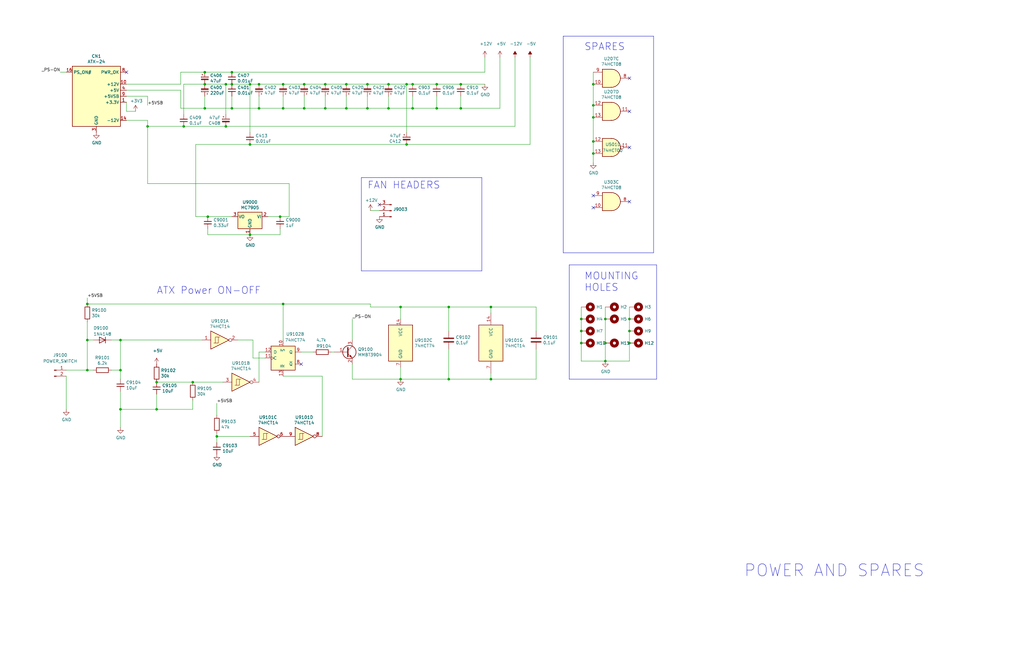
<source format=kicad_sch>
(kicad_sch
	(version 20231120)
	(generator "eeschema")
	(generator_version "8.0")
	(uuid "0c7d8df1-823a-47e2-aeb6-dd127cc237d5")
	(paper "B")
	(title_block
		(title "Amiga 2000 EATX")
		(date "2023-03-10")
		(rev "3.0")
	)
	
	(junction
		(at 128.27 45.72)
		(diameter 0)
		(color 0 0 0 0)
		(uuid "023f657a-bf8d-4fa7-be33-023a05d4826e")
	)
	(junction
		(at 184.15 35.56)
		(diameter 0)
		(color 0 0 0 0)
		(uuid "033575b8-f92d-46de-a374-cb85338f615a")
	)
	(junction
		(at 250.19 35.56)
		(diameter 0)
		(color 0 0 0 0)
		(uuid "0934c827-c371-4221-b46c-1af36880bba0")
	)
	(junction
		(at 265.43 139.7)
		(diameter 0)
		(color 0 0 0 0)
		(uuid "0ad15b04-6425-4539-a595-2cd133aebd54")
	)
	(junction
		(at 118.11 91.44)
		(diameter 0)
		(color 0 0 0 0)
		(uuid "0f0bb583-b814-4e3e-ba36-d56aef6ab611")
	)
	(junction
		(at 250.19 44.45)
		(diameter 0)
		(color 0 0 0 0)
		(uuid "14cb6cd8-8883-409b-bbfe-ca1ede6262c0")
	)
	(junction
		(at 250.19 59.69)
		(diameter 0)
		(color 0 0 0 0)
		(uuid "18853e9d-a69e-428d-aa6d-e0a9b4d14d53")
	)
	(junction
		(at 119.38 128.27)
		(diameter 0)
		(color 0 0 0 0)
		(uuid "199fd29e-500d-46b0-a12c-9c7059efd958")
	)
	(junction
		(at 245.11 139.7)
		(diameter 0)
		(color 0 0 0 0)
		(uuid "1b1624e6-a6e2-4d35-8307-f5a454d73762")
	)
	(junction
		(at 86.36 35.56)
		(diameter 0)
		(color 0 0 0 0)
		(uuid "1d1364f5-7b15-4777-9659-9fa55ed40efb")
	)
	(junction
		(at 86.36 45.72)
		(diameter 0)
		(color 0 0 0 0)
		(uuid "204de27e-b31e-40c0-bc59-95473a6b9460")
	)
	(junction
		(at 173.99 35.56)
		(diameter 0)
		(color 0 0 0 0)
		(uuid "216be1a8-2c34-4c37-b39b-49c88ac3bba7")
	)
	(junction
		(at 189.23 129.54)
		(diameter 0)
		(color 0 0 0 0)
		(uuid "22719e9e-3579-481d-81dd-272154c97df5")
	)
	(junction
		(at 265.43 144.78)
		(diameter 0)
		(color 0 0 0 0)
		(uuid "23a2d5b0-fde8-4c24-bd62-8f6d6d2b7b11")
	)
	(junction
		(at 81.28 161.29)
		(diameter 0)
		(color 0 0 0 0)
		(uuid "26fca5d0-4a32-40a4-9cd4-98428186297a")
	)
	(junction
		(at 109.22 45.72)
		(diameter 0)
		(color 0 0 0 0)
		(uuid "2c29ed37-22b6-4b23-aa22-fd7a8a601f87")
	)
	(junction
		(at 97.79 35.56)
		(diameter 0)
		(color 0 0 0 0)
		(uuid "2f152ae8-645c-4a9c-a644-5658da036796")
	)
	(junction
		(at 163.83 35.56)
		(diameter 0)
		(color 0 0 0 0)
		(uuid "35b7e8f4-5d76-43e8-9c3f-039a3498a0d2")
	)
	(junction
		(at 66.04 172.72)
		(diameter 0)
		(color 0 0 0 0)
		(uuid "3907b5ff-2f40-40d7-b4b7-292d5be59d20")
	)
	(junction
		(at 95.25 53.34)
		(diameter 0)
		(color 0 0 0 0)
		(uuid "3aa9770d-5e85-422a-a45e-903955cfe344")
	)
	(junction
		(at 105.41 99.06)
		(diameter 0)
		(color 0 0 0 0)
		(uuid "4435bb70-37c5-432c-b8d4-4fa383413a65")
	)
	(junction
		(at 97.79 45.72)
		(diameter 0)
		(color 0 0 0 0)
		(uuid "47fb9ae2-a887-4005-9ac9-169419afca8b")
	)
	(junction
		(at 163.83 45.72)
		(diameter 0)
		(color 0 0 0 0)
		(uuid "49b79e88-da9b-422f-bde2-16b3ea0f5b6c")
	)
	(junction
		(at 137.16 45.72)
		(diameter 0)
		(color 0 0 0 0)
		(uuid "4b7bb8d1-c2dc-4e49-b712-e5a20a41fb94")
	)
	(junction
		(at 36.83 143.51)
		(diameter 0)
		(color 0 0 0 0)
		(uuid "5d06120d-3c12-4403-8264-cb2049d0c843")
	)
	(junction
		(at 265.43 134.62)
		(diameter 0)
		(color 0 0 0 0)
		(uuid "63a8005e-5251-404a-b224-6af5cd8b8a14")
	)
	(junction
		(at 245.11 144.78)
		(diameter 0)
		(color 0 0 0 0)
		(uuid "68a65834-abb0-4d7b-91b1-982e3732f35b")
	)
	(junction
		(at 77.47 53.34)
		(diameter 0)
		(color 0 0 0 0)
		(uuid "6b119631-57d0-4bd3-bf84-3f8a556d2241")
	)
	(junction
		(at 245.11 134.62)
		(diameter 0)
		(color 0 0 0 0)
		(uuid "6c347dc7-194a-44be-a932-7309ed330783")
	)
	(junction
		(at 207.01 129.54)
		(diameter 0)
		(color 0 0 0 0)
		(uuid "6c596fd2-9362-4d16-94c8-9d3478c4e093")
	)
	(junction
		(at 105.41 35.56)
		(diameter 0)
		(color 0 0 0 0)
		(uuid "6cacd69c-e6d0-4475-99cc-bad2561e7964")
	)
	(junction
		(at 86.36 30.48)
		(diameter 0)
		(color 0 0 0 0)
		(uuid "74a974d7-2ab0-4e1b-994e-4580de65e92a")
	)
	(junction
		(at 255.27 144.78)
		(diameter 0)
		(color 0 0 0 0)
		(uuid "77831d76-07ef-46b4-b51d-b89356e12a61")
	)
	(junction
		(at 173.99 45.72)
		(diameter 0)
		(color 0 0 0 0)
		(uuid "794994d5-1507-46db-ba58-ece1b6506ce7")
	)
	(junction
		(at 119.38 35.56)
		(diameter 0)
		(color 0 0 0 0)
		(uuid "8306bdc1-0715-49ae-9ea5-52a506282063")
	)
	(junction
		(at 50.8 143.51)
		(diameter 0)
		(color 0 0 0 0)
		(uuid "8b09ece5-fa07-4599-9d99-7b379bda2654")
	)
	(junction
		(at 119.38 45.72)
		(diameter 0)
		(color 0 0 0 0)
		(uuid "8bc2697f-3dc1-4db1-9fb6-d03f15347814")
	)
	(junction
		(at 171.45 35.56)
		(diameter 0)
		(color 0 0 0 0)
		(uuid "9199bb07-a4d0-4faa-bb3b-bc64e15160b3")
	)
	(junction
		(at 109.22 35.56)
		(diameter 0)
		(color 0 0 0 0)
		(uuid "9313304d-ca62-40ab-a947-2ce3d03af45d")
	)
	(junction
		(at 184.15 45.72)
		(diameter 0)
		(color 0 0 0 0)
		(uuid "94a5e5d4-0c85-406d-9950-c108a2c1f607")
	)
	(junction
		(at 154.94 45.72)
		(diameter 0)
		(color 0 0 0 0)
		(uuid "980272e5-9ff4-46cb-99e5-d8250d9b996e")
	)
	(junction
		(at 171.45 60.96)
		(diameter 0)
		(color 0 0 0 0)
		(uuid "9857b80f-003b-45d4-8569-f69babeef5bb")
	)
	(junction
		(at 105.41 60.96)
		(diameter 0)
		(color 0 0 0 0)
		(uuid "9b000b29-84f4-4831-b7ca-ac11c5b00ea5")
	)
	(junction
		(at 189.23 160.02)
		(diameter 0)
		(color 0 0 0 0)
		(uuid "9cfe2fea-ee61-4982-8db8-b59f68981c41")
	)
	(junction
		(at 194.31 35.56)
		(diameter 0)
		(color 0 0 0 0)
		(uuid "9fae9a25-d57c-4fcb-86bd-f36d4479e92e")
	)
	(junction
		(at 91.44 184.15)
		(diameter 0)
		(color 0 0 0 0)
		(uuid "a0eb8033-b592-42e2-a953-80a7766e0bed")
	)
	(junction
		(at 250.19 49.53)
		(diameter 0)
		(color 0 0 0 0)
		(uuid "a9298b6d-342c-40ed-844c-39390f02c358")
	)
	(junction
		(at 62.23 53.34)
		(diameter 0)
		(color 0 0 0 0)
		(uuid "aaf7376f-bd45-444f-87cd-04abace94d6b")
	)
	(junction
		(at 50.8 156.21)
		(diameter 0)
		(color 0 0 0 0)
		(uuid "b0dc687e-e7c8-4753-be14-e5207ae7f667")
	)
	(junction
		(at 255.27 134.62)
		(diameter 0)
		(color 0 0 0 0)
		(uuid "ba18000a-6af4-4bcb-bb89-27f577ae13bc")
	)
	(junction
		(at 168.91 129.54)
		(diameter 0)
		(color 0 0 0 0)
		(uuid "bda2c911-6d30-4eb6-916a-396c613f963e")
	)
	(junction
		(at 168.91 160.02)
		(diameter 0)
		(color 0 0 0 0)
		(uuid "c1d6d0de-f91e-4558-9b3f-8bd39fc049fc")
	)
	(junction
		(at 128.27 35.56)
		(diameter 0)
		(color 0 0 0 0)
		(uuid "c3e4558d-868c-4367-8a1c-468351928ecc")
	)
	(junction
		(at 50.8 172.72)
		(diameter 0)
		(color 0 0 0 0)
		(uuid "c56506ad-17c8-4a00-9034-791ab8370293")
	)
	(junction
		(at 36.83 128.27)
		(diameter 0)
		(color 0 0 0 0)
		(uuid "c71f9ffe-8b45-48e8-8dd1-e4594ae79aa6")
	)
	(junction
		(at 66.04 161.29)
		(diameter 0)
		(color 0 0 0 0)
		(uuid "ce82a5bf-9a87-4811-870b-c3a8091b7edd")
	)
	(junction
		(at 87.63 91.44)
		(diameter 0)
		(color 0 0 0 0)
		(uuid "d884786b-0b42-4996-9b63-07d4e94b12fb")
	)
	(junction
		(at 207.01 160.02)
		(diameter 0)
		(color 0 0 0 0)
		(uuid "e7cf454e-0591-4cf8-86e0-f8267c146503")
	)
	(junction
		(at 146.05 35.56)
		(diameter 0)
		(color 0 0 0 0)
		(uuid "ee25c153-975c-4c16-baef-0fdb9ecf292e")
	)
	(junction
		(at 97.79 30.48)
		(diameter 0)
		(color 0 0 0 0)
		(uuid "f0c7684a-f05b-4516-adcb-264e5b60bdd1")
	)
	(junction
		(at 250.19 64.77)
		(diameter 0)
		(color 0 0 0 0)
		(uuid "f2540757-c67d-4e99-9e83-ed16960e984f")
	)
	(junction
		(at 137.16 35.56)
		(diameter 0)
		(color 0 0 0 0)
		(uuid "f337d5d1-7f88-4ba1-b450-cbf9f4d8f711")
	)
	(junction
		(at 95.25 35.56)
		(diameter 0)
		(color 0 0 0 0)
		(uuid "f39b78d1-ae40-4b0c-89c1-9b8ffb135dd6")
	)
	(junction
		(at 36.83 156.21)
		(diameter 0)
		(color 0 0 0 0)
		(uuid "f92f4dbc-699d-4d82-afd7-315ab56cadda")
	)
	(junction
		(at 146.05 45.72)
		(diameter 0)
		(color 0 0 0 0)
		(uuid "fa16e818-0189-4687-aced-a869e580dc8f")
	)
	(junction
		(at 154.94 35.56)
		(diameter 0)
		(color 0 0 0 0)
		(uuid "fd308009-49cd-499e-a927-4c27ab9e46d8")
	)
	(junction
		(at 194.31 45.72)
		(diameter 0)
		(color 0 0 0 0)
		(uuid "fdaee74b-9d62-4c72-8fb6-f405326964a3")
	)
	(junction
		(at 255.27 152.4)
		(diameter 0)
		(color 0 0 0 0)
		(uuid "ff496a5a-9e5f-4bbd-9d11-7502180f02dc")
	)
	(no_connect
		(at 127 153.67)
		(uuid "1c802055-b070-488d-ba18-415781ded032")
	)
	(no_connect
		(at 53.34 30.48)
		(uuid "2e27541b-c213-4f7b-b4a3-514ba8d08489")
	)
	(no_connect
		(at 265.43 85.09)
		(uuid "485a4b31-0bc3-4a49-bc6a-f0140d358df1")
	)
	(no_connect
		(at 250.19 87.63)
		(uuid "5b257ffc-929f-43c5-8aef-bf362a5e5f48")
	)
	(no_connect
		(at 160.02 86.36)
		(uuid "7a810d0b-9a05-4d10-b5d8-6bfba26bdfe0")
	)
	(no_connect
		(at 265.43 33.02)
		(uuid "95338738-f0a2-427f-84e3-042d17cb10d4")
	)
	(no_connect
		(at 265.43 62.23)
		(uuid "a098257c-8f0a-494c-b53f-679afc3856fb")
	)
	(no_connect
		(at 265.43 46.99)
		(uuid "a8f47d06-9319-4081-906d-69c257d34dec")
	)
	(no_connect
		(at 250.19 82.55)
		(uuid "b5d7f361-287c-4d82-840a-9624703836cf")
	)
	(wire
		(pts
			(xy 105.41 60.96) (xy 171.45 60.96)
		)
		(stroke
			(width 0)
			(type default)
		)
		(uuid "03006e56-d0da-47bd-8296-4f2872698f53")
	)
	(wire
		(pts
			(xy 86.36 30.48) (xy 97.79 30.48)
		)
		(stroke
			(width 0)
			(type default)
		)
		(uuid "03d057d2-29b9-4b6c-b7e7-2008839d1691")
	)
	(wire
		(pts
			(xy 173.99 35.56) (xy 184.15 35.56)
		)
		(stroke
			(width 0)
			(type default)
		)
		(uuid "03fad05a-8ed8-4523-bcab-7bb9e0fa3bfb")
	)
	(wire
		(pts
			(xy 81.28 161.29) (xy 93.98 161.29)
		)
		(stroke
			(width 0)
			(type default)
		)
		(uuid "04cbf339-090d-46d0-914a-2e363ccf5e36")
	)
	(wire
		(pts
			(xy 86.36 35.56) (xy 95.25 35.56)
		)
		(stroke
			(width 0)
			(type default)
		)
		(uuid "067c7969-5992-4e2c-8b36-8441a615c024")
	)
	(wire
		(pts
			(xy 106.68 151.13) (xy 106.68 143.51)
		)
		(stroke
			(width 0)
			(type default)
		)
		(uuid "08196e9c-4842-4a95-b8a1-ce61f6c32885")
	)
	(wire
		(pts
			(xy 62.23 40.64) (xy 62.23 44.45)
		)
		(stroke
			(width 0)
			(type default)
		)
		(uuid "089e962f-3693-421f-a733-8d51cfe2050f")
	)
	(wire
		(pts
			(xy 119.38 45.72) (xy 128.27 45.72)
		)
		(stroke
			(width 0)
			(type default)
		)
		(uuid "0af5f7b4-368c-4812-89bb-4b9a095df1b3")
	)
	(wire
		(pts
			(xy 173.99 45.72) (xy 184.15 45.72)
		)
		(stroke
			(width 0)
			(type default)
		)
		(uuid "0fbdec37-cb67-408e-b290-d4d78aa4f628")
	)
	(wire
		(pts
			(xy 245.11 144.78) (xy 245.11 139.7)
		)
		(stroke
			(width 0)
			(type default)
		)
		(uuid "11c7727b-7de0-4261-94f8-5d2a5a045ca9")
	)
	(wire
		(pts
			(xy 86.36 35.56) (xy 77.47 35.56)
		)
		(stroke
			(width 0)
			(type default)
		)
		(uuid "14359711-e950-462c-a0ca-d88891ffd6a8")
	)
	(wire
		(pts
			(xy 184.15 40.64) (xy 184.15 45.72)
		)
		(stroke
			(width 0)
			(type default)
		)
		(uuid "16a4f545-a003-4e17-b857-db2a397b3c84")
	)
	(wire
		(pts
			(xy 154.94 40.64) (xy 154.94 45.72)
		)
		(stroke
			(width 0)
			(type default)
		)
		(uuid "17fac8ca-2269-42e4-8a22-8853c45919db")
	)
	(wire
		(pts
			(xy 250.19 64.77) (xy 250.19 68.58)
		)
		(stroke
			(width 0)
			(type default)
		)
		(uuid "1a4bbe17-8530-4bed-be8f-ae7e31e43fac")
	)
	(wire
		(pts
			(xy 156.21 128.27) (xy 156.21 129.54)
		)
		(stroke
			(width 0)
			(type default)
		)
		(uuid "20df8f91-c36b-4d25-9740-4ce4120ae4af")
	)
	(wire
		(pts
			(xy 105.41 99.06) (xy 118.11 99.06)
		)
		(stroke
			(width 0)
			(type default)
		)
		(uuid "20e2d534-e984-4c9b-8322-127877faa8a5")
	)
	(wire
		(pts
			(xy 250.19 49.53) (xy 250.19 44.45)
		)
		(stroke
			(width 0)
			(type default)
		)
		(uuid "21ddc299-1b88-47c8-a9ea-de1047c6bed3")
	)
	(wire
		(pts
			(xy 148.59 134.62) (xy 148.59 143.51)
		)
		(stroke
			(width 0)
			(type default)
		)
		(uuid "22f678d2-cc9e-476f-b88d-fde2b62d02a0")
	)
	(wire
		(pts
			(xy 95.25 48.26) (xy 95.25 35.56)
		)
		(stroke
			(width 0)
			(type default)
		)
		(uuid "254af186-15a9-4b87-97f3-ae79cb9d294c")
	)
	(wire
		(pts
			(xy 207.01 129.54) (xy 226.06 129.54)
		)
		(stroke
			(width 0)
			(type default)
		)
		(uuid "25f3c825-dd32-47fb-8ab6-1079887aedd7")
	)
	(wire
		(pts
			(xy 39.37 143.51) (xy 36.83 143.51)
		)
		(stroke
			(width 0)
			(type default)
		)
		(uuid "2616d971-d739-43a4-acb8-1e6cad075780")
	)
	(wire
		(pts
			(xy 265.43 129.54) (xy 265.43 134.62)
		)
		(stroke
			(width 0)
			(type default)
		)
		(uuid "278cf89d-98ae-443e-9369-88d13ab4ace4")
	)
	(wire
		(pts
			(xy 91.44 184.15) (xy 105.41 184.15)
		)
		(stroke
			(width 0)
			(type default)
		)
		(uuid "27fb3bac-5d69-494e-ba11-ebb2b3eb07a0")
	)
	(wire
		(pts
			(xy 91.44 184.15) (xy 91.44 182.88)
		)
		(stroke
			(width 0)
			(type default)
		)
		(uuid "291beaec-81e9-47db-ae16-1ba7dc118201")
	)
	(wire
		(pts
			(xy 109.22 35.56) (xy 119.38 35.56)
		)
		(stroke
			(width 0)
			(type default)
		)
		(uuid "2b2d5e1a-667c-4d15-959f-20338f0b1f00")
	)
	(wire
		(pts
			(xy 50.8 172.72) (xy 50.8 180.34)
		)
		(stroke
			(width 0)
			(type default)
		)
		(uuid "2b5e7987-506f-43e3-a393-63e128505bd7")
	)
	(wire
		(pts
			(xy 50.8 160.02) (xy 50.8 156.21)
		)
		(stroke
			(width 0)
			(type default)
		)
		(uuid "2ef27477-d761-485a-b67c-eabaefae8b17")
	)
	(wire
		(pts
			(xy 82.55 60.96) (xy 82.55 91.44)
		)
		(stroke
			(width 0)
			(type default)
		)
		(uuid "30ca3499-84ff-4180-8d09-f751e3b54caa")
	)
	(wire
		(pts
			(xy 245.11 152.4) (xy 245.11 144.78)
		)
		(stroke
			(width 0)
			(type default)
		)
		(uuid "31492797-1bfc-4bd2-90c8-930065481507")
	)
	(wire
		(pts
			(xy 207.01 157.48) (xy 207.01 160.02)
		)
		(stroke
			(width 0)
			(type default)
		)
		(uuid "314be386-0b3b-41fe-b327-8eed4b260920")
	)
	(polyline
		(pts
			(xy 237.49 15.24) (xy 275.59 15.24)
		)
		(stroke
			(width 0)
			(type default)
		)
		(uuid "323d3c67-679b-46f6-8c4a-334d29c6ac54")
	)
	(wire
		(pts
			(xy 111.76 148.59) (xy 109.22 148.59)
		)
		(stroke
			(width 0)
			(type default)
		)
		(uuid "338b2ccd-9771-4b9a-8b81-d4c84f929830")
	)
	(wire
		(pts
			(xy 250.19 59.69) (xy 250.19 49.53)
		)
		(stroke
			(width 0)
			(type default)
		)
		(uuid "350ff792-b5e0-48da-b8dc-b63cd66d8d56")
	)
	(wire
		(pts
			(xy 111.76 151.13) (xy 106.68 151.13)
		)
		(stroke
			(width 0)
			(type default)
		)
		(uuid "362d080c-b25b-4274-98d0-6d4cffebcd7a")
	)
	(wire
		(pts
			(xy 163.83 35.56) (xy 171.45 35.56)
		)
		(stroke
			(width 0)
			(type default)
		)
		(uuid "3a03ab78-2cc2-4454-87c0-3567655fe738")
	)
	(wire
		(pts
			(xy 62.23 53.34) (xy 62.23 77.47)
		)
		(stroke
			(width 0)
			(type default)
		)
		(uuid "3aad3be0-501d-4c09-90b9-5334e47f0be2")
	)
	(wire
		(pts
			(xy 53.34 35.56) (xy 76.2 35.56)
		)
		(stroke
			(width 0)
			(type default)
		)
		(uuid "3b3394d3-c933-45b5-b8ab-e33318b86fc9")
	)
	(wire
		(pts
			(xy 77.47 53.34) (xy 95.25 53.34)
		)
		(stroke
			(width 0)
			(type default)
		)
		(uuid "3c50c685-3d15-43ef-aca6-efbe6d0277ee")
	)
	(wire
		(pts
			(xy 265.43 144.78) (xy 265.43 152.4)
		)
		(stroke
			(width 0)
			(type default)
		)
		(uuid "3cdce691-59ad-411e-a284-ba70492ac798")
	)
	(wire
		(pts
			(xy 255.27 152.4) (xy 245.11 152.4)
		)
		(stroke
			(width 0)
			(type default)
		)
		(uuid "3fb463e4-6d0e-4b89-94a0-a2c1058a00c0")
	)
	(wire
		(pts
			(xy 113.03 91.44) (xy 118.11 91.44)
		)
		(stroke
			(width 0)
			(type default)
		)
		(uuid "3ffeb20d-7906-46c4-95a8-2439c15feab9")
	)
	(wire
		(pts
			(xy 81.28 168.91) (xy 81.28 172.72)
		)
		(stroke
			(width 0)
			(type default)
		)
		(uuid "416d27dd-9a65-4c6b-9baf-fa0556484b68")
	)
	(polyline
		(pts
			(xy 152.4 74.93) (xy 152.4 114.3)
		)
		(stroke
			(width 0)
			(type default)
		)
		(uuid "419e2ff0-e2e0-412a-ab2a-ed2f640734af")
	)
	(wire
		(pts
			(xy 189.23 129.54) (xy 207.01 129.54)
		)
		(stroke
			(width 0)
			(type default)
		)
		(uuid "42059dcc-a72e-41c6-b4fb-5b96b7f1230a")
	)
	(wire
		(pts
			(xy 128.27 35.56) (xy 137.16 35.56)
		)
		(stroke
			(width 0)
			(type default)
		)
		(uuid "446457ba-2170-4584-8c88-21849298036e")
	)
	(wire
		(pts
			(xy 163.83 45.72) (xy 173.99 45.72)
		)
		(stroke
			(width 0)
			(type default)
		)
		(uuid "4622da39-a959-4cb6-beb7-e4851ea80c9d")
	)
	(wire
		(pts
			(xy 50.8 165.1) (xy 50.8 172.72)
		)
		(stroke
			(width 0)
			(type default)
		)
		(uuid "46ce251a-f747-467a-a5f3-99c27d5ef848")
	)
	(polyline
		(pts
			(xy 203.2 74.93) (xy 152.4 74.93)
		)
		(stroke
			(width 0)
			(type default)
		)
		(uuid "471ece03-d299-4b53-b3cc-d4bc30abbb73")
	)
	(wire
		(pts
			(xy 128.27 45.72) (xy 137.16 45.72)
		)
		(stroke
			(width 0)
			(type default)
		)
		(uuid "49bcb78f-6611-4969-8b72-111d83518d10")
	)
	(wire
		(pts
			(xy 163.83 40.64) (xy 163.83 45.72)
		)
		(stroke
			(width 0)
			(type default)
		)
		(uuid "4a74c099-0eab-4dff-8e75-6a2ff90aaf89")
	)
	(wire
		(pts
			(xy 36.83 135.89) (xy 36.83 143.51)
		)
		(stroke
			(width 0)
			(type default)
		)
		(uuid "4aed6cd5-c1de-423d-b1b5-f02b0938e345")
	)
	(wire
		(pts
			(xy 137.16 35.56) (xy 146.05 35.56)
		)
		(stroke
			(width 0)
			(type default)
		)
		(uuid "50388306-2394-46f1-83a9-895da69663c2")
	)
	(wire
		(pts
			(xy 119.38 128.27) (xy 156.21 128.27)
		)
		(stroke
			(width 0)
			(type default)
		)
		(uuid "514c5e72-1b27-414a-8512-9577280372a8")
	)
	(wire
		(pts
			(xy 36.83 143.51) (xy 36.83 156.21)
		)
		(stroke
			(width 0)
			(type default)
		)
		(uuid "514eb19f-9d73-43bc-9b94-6012736bc463")
	)
	(wire
		(pts
			(xy 91.44 170.18) (xy 91.44 175.26)
		)
		(stroke
			(width 0)
			(type default)
		)
		(uuid "5166982e-f5c5-476f-846d-fc4414012044")
	)
	(wire
		(pts
			(xy 168.91 129.54) (xy 156.21 129.54)
		)
		(stroke
			(width 0)
			(type default)
		)
		(uuid "51be5d7f-bfa2-4d46-99ba-0b3ceec6598a")
	)
	(wire
		(pts
			(xy 146.05 40.64) (xy 146.05 45.72)
		)
		(stroke
			(width 0)
			(type default)
		)
		(uuid "51d47054-84db-40dd-925c-ccb74c23c9f7")
	)
	(wire
		(pts
			(xy 189.23 160.02) (xy 207.01 160.02)
		)
		(stroke
			(width 0)
			(type default)
		)
		(uuid "532cf0f3-deba-419a-a593-791a5bc3bbd8")
	)
	(wire
		(pts
			(xy 226.06 129.54) (xy 226.06 139.7)
		)
		(stroke
			(width 0)
			(type default)
		)
		(uuid "545ec3ec-f66f-4fdd-9852-9d3fa9e8d5e6")
	)
	(wire
		(pts
			(xy 119.38 40.64) (xy 119.38 45.72)
		)
		(stroke
			(width 0)
			(type default)
		)
		(uuid "55456154-47f1-498a-a37c-988822e5bacd")
	)
	(wire
		(pts
			(xy 66.04 161.29) (xy 81.28 161.29)
		)
		(stroke
			(width 0)
			(type default)
		)
		(uuid "55c91299-298f-4a30-ad0e-9e26ca41f672")
	)
	(wire
		(pts
			(xy 105.41 99.06) (xy 87.63 99.06)
		)
		(stroke
			(width 0)
			(type default)
		)
		(uuid "5900c55d-1712-4906-8f25-640bade4d104")
	)
	(wire
		(pts
			(xy 139.7 148.59) (xy 140.97 148.59)
		)
		(stroke
			(width 0)
			(type default)
		)
		(uuid "5a80fd8a-8d6a-4b36-8e3b-9d59d6195033")
	)
	(wire
		(pts
			(xy 97.79 30.48) (xy 204.47 30.48)
		)
		(stroke
			(width 0)
			(type default)
		)
		(uuid "5bcba675-5f67-4ecf-8341-c2581d9e5b1c")
	)
	(wire
		(pts
			(xy 119.38 143.51) (xy 119.38 128.27)
		)
		(stroke
			(width 0)
			(type default)
		)
		(uuid "5c6540fb-22e4-4908-b1b1-3407ac2b5268")
	)
	(wire
		(pts
			(xy 189.23 129.54) (xy 189.23 139.7)
		)
		(stroke
			(width 0)
			(type default)
		)
		(uuid "5ef2039b-cc30-4e75-a2e5-4276a033c28d")
	)
	(wire
		(pts
			(xy 135.89 184.15) (xy 135.89 158.75)
		)
		(stroke
			(width 0)
			(type default)
		)
		(uuid "610606c0-2785-42cb-9687-523e95972dc2")
	)
	(wire
		(pts
			(xy 53.34 43.18) (xy 53.34 46.99)
		)
		(stroke
			(width 0)
			(type default)
		)
		(uuid "61713e0d-5f60-4d04-89ea-95761d5633cd")
	)
	(wire
		(pts
			(xy 210.82 24.13) (xy 210.82 45.72)
		)
		(stroke
			(width 0)
			(type default)
		)
		(uuid "6359467b-e370-4570-aeb7-8fc3ab9ae711")
	)
	(wire
		(pts
			(xy 27.94 172.72) (xy 27.94 158.75)
		)
		(stroke
			(width 0)
			(type default)
		)
		(uuid "63bd4725-ef66-41d8-a2f5-2b221a3205f9")
	)
	(wire
		(pts
			(xy 97.79 45.72) (xy 109.22 45.72)
		)
		(stroke
			(width 0)
			(type default)
		)
		(uuid "667cdf22-8b6e-45cb-a1d5-04c409b31da1")
	)
	(wire
		(pts
			(xy 105.41 35.56) (xy 105.41 55.88)
		)
		(stroke
			(width 0)
			(type default)
		)
		(uuid "68797a54-ae43-420d-8f41-70e62a3cd31f")
	)
	(wire
		(pts
			(xy 154.94 45.72) (xy 163.83 45.72)
		)
		(stroke
			(width 0)
			(type default)
		)
		(uuid "689fce27-0992-45ba-919d-7b133ae8ca78")
	)
	(wire
		(pts
			(xy 62.23 50.8) (xy 62.23 53.34)
		)
		(stroke
			(width 0)
			(type default)
		)
		(uuid "695c4f97-835b-4641-bd21-95b7b93a6ea0")
	)
	(wire
		(pts
			(xy 207.01 160.02) (xy 226.06 160.02)
		)
		(stroke
			(width 0)
			(type default)
		)
		(uuid "6b31d0c6-b3e8-4313-813c-3440bdbcdc82")
	)
	(wire
		(pts
			(xy 223.52 60.96) (xy 223.52 24.13)
		)
		(stroke
			(width 0)
			(type default)
		)
		(uuid "719e408f-c9a2-4533-8160-18cf78883055")
	)
	(wire
		(pts
			(xy 50.8 143.51) (xy 50.8 156.21)
		)
		(stroke
			(width 0)
			(type default)
		)
		(uuid "725453a4-b2e4-4cf0-ba7e-8e21294c718e")
	)
	(wire
		(pts
			(xy 97.79 91.44) (xy 87.63 91.44)
		)
		(stroke
			(width 0)
			(type default)
		)
		(uuid "7633451c-b6c0-4024-b461-2ed7bb43c0c3")
	)
	(wire
		(pts
			(xy 86.36 40.64) (xy 86.36 45.72)
		)
		(stroke
			(width 0)
			(type default)
		)
		(uuid "7688182b-fb41-4bdd-bbec-6b8e56f3ed4c")
	)
	(wire
		(pts
			(xy 86.36 45.72) (xy 97.79 45.72)
		)
		(stroke
			(width 0)
			(type default)
		)
		(uuid "78c23279-7f09-4f74-9f37-41153f02565c")
	)
	(polyline
		(pts
			(xy 237.49 106.68) (xy 275.59 106.68)
		)
		(stroke
			(width 0)
			(type default)
		)
		(uuid "798f4d79-e4f1-40fe-a5c0-391c483e221e")
	)
	(wire
		(pts
			(xy 184.15 45.72) (xy 194.31 45.72)
		)
		(stroke
			(width 0)
			(type default)
		)
		(uuid "7b2ac391-d5d7-4ec9-ad3b-3bcd983151b3")
	)
	(wire
		(pts
			(xy 250.19 44.45) (xy 250.19 35.56)
		)
		(stroke
			(width 0)
			(type default)
		)
		(uuid "7b9fd147-c904-4fb4-b4f5-ddc5af001235")
	)
	(wire
		(pts
			(xy 53.34 38.1) (xy 76.2 38.1)
		)
		(stroke
			(width 0)
			(type default)
		)
		(uuid "7e7619b6-54b0-4b92-9f9c-ceab3f83cf52")
	)
	(wire
		(pts
			(xy 135.89 158.75) (xy 119.38 158.75)
		)
		(stroke
			(width 0)
			(type default)
		)
		(uuid "80e504af-7175-40e0-8ed9-810121563840")
	)
	(wire
		(pts
			(xy 189.23 147.32) (xy 189.23 160.02)
		)
		(stroke
			(width 0)
			(type default)
		)
		(uuid "83b1fb2b-533d-4384-88be-69267d68acf9")
	)
	(wire
		(pts
			(xy 189.23 160.02) (xy 168.91 160.02)
		)
		(stroke
			(width 0)
			(type default)
		)
		(uuid "84b819d7-77dc-4c0a-b313-79144fe081d9")
	)
	(wire
		(pts
			(xy 255.27 129.54) (xy 255.27 134.62)
		)
		(stroke
			(width 0)
			(type default)
		)
		(uuid "869482f7-5341-43d0-b89d-2f407da90ad2")
	)
	(wire
		(pts
			(xy 137.16 40.64) (xy 137.16 45.72)
		)
		(stroke
			(width 0)
			(type default)
		)
		(uuid "8734b495-7f63-481a-b2ee-1e03993e7949")
	)
	(polyline
		(pts
			(xy 276.86 111.76) (xy 240.03 111.76)
		)
		(stroke
			(width 0)
			(type default)
		)
		(uuid "87c7fa3a-81b6-485a-9c98-7469b2c0c5dc")
	)
	(wire
		(pts
			(xy 106.68 143.51) (xy 100.33 143.51)
		)
		(stroke
			(width 0)
			(type default)
		)
		(uuid "8b4988fa-de06-4522-b2c7-91c4cf24381a")
	)
	(wire
		(pts
			(xy 168.91 129.54) (xy 168.91 134.62)
		)
		(stroke
			(width 0)
			(type default)
		)
		(uuid "8b4f5c26-26bf-4c2e-bec9-c956401c36b3")
	)
	(wire
		(pts
			(xy 118.11 99.06) (xy 118.11 96.52)
		)
		(stroke
			(width 0)
			(type default)
		)
		(uuid "8bb5948b-2855-4bb8-bb9b-245a7fba6201")
	)
	(wire
		(pts
			(xy 154.94 35.56) (xy 163.83 35.56)
		)
		(stroke
			(width 0)
			(type default)
		)
		(uuid "8c085439-906d-4e7d-b644-076a5142d0fd")
	)
	(wire
		(pts
			(xy 250.19 35.56) (xy 250.19 30.48)
		)
		(stroke
			(width 0)
			(type default)
		)
		(uuid "8ccaaca0-7405-4f3c-8e43-84df77460edb")
	)
	(wire
		(pts
			(xy 91.44 186.69) (xy 91.44 184.15)
		)
		(stroke
			(width 0)
			(type default)
		)
		(uuid "8e76acc1-4ca7-4fcb-ad9b-62aab7028046")
	)
	(wire
		(pts
			(xy 250.19 64.77) (xy 250.19 59.69)
		)
		(stroke
			(width 0)
			(type default)
		)
		(uuid "914bf80f-4ade-4225-9306-8390298706de")
	)
	(wire
		(pts
			(xy 25.4 30.48) (xy 27.94 30.48)
		)
		(stroke
			(width 0)
			(type default)
		)
		(uuid "9256fc16-27e8-4e4d-bd4f-c4b35b69259a")
	)
	(polyline
		(pts
			(xy 240.03 111.76) (xy 240.03 160.02)
		)
		(stroke
			(width 0)
			(type default)
		)
		(uuid "93028cec-fdd6-4d56-9a77-61486f6c0234")
	)
	(wire
		(pts
			(xy 255.27 144.78) (xy 255.27 152.4)
		)
		(stroke
			(width 0)
			(type default)
		)
		(uuid "94950b8c-bf97-487a-b691-cf560d21a2d6")
	)
	(wire
		(pts
			(xy 194.31 35.56) (xy 204.47 35.56)
		)
		(stroke
			(width 0)
			(type default)
		)
		(uuid "94c97c94-1e2b-4ab2-b537-a1773d0113f5")
	)
	(wire
		(pts
			(xy 53.34 50.8) (xy 62.23 50.8)
		)
		(stroke
			(width 0)
			(type default)
		)
		(uuid "94e0dda4-c146-466b-87df-df5cabfa9e84")
	)
	(wire
		(pts
			(xy 95.25 35.56) (xy 97.79 35.56)
		)
		(stroke
			(width 0)
			(type default)
		)
		(uuid "9623a171-d847-437f-b3e0-f32ffa6c3102")
	)
	(polyline
		(pts
			(xy 152.4 114.3) (xy 203.2 114.3)
		)
		(stroke
			(width 0)
			(type default)
		)
		(uuid "96c37b36-17c0-4cf3-90bc-0344fef77b12")
	)
	(wire
		(pts
			(xy 245.11 139.7) (xy 245.11 134.62)
		)
		(stroke
			(width 0)
			(type default)
		)
		(uuid "983d76f7-88b7-41b0-8cea-a71a443a9aeb")
	)
	(wire
		(pts
			(xy 39.37 156.21) (xy 36.83 156.21)
		)
		(stroke
			(width 0)
			(type default)
		)
		(uuid "9acb1c57-5b7e-4521-85ba-cbc0f07b2b2e")
	)
	(wire
		(pts
			(xy 109.22 148.59) (xy 109.22 161.29)
		)
		(stroke
			(width 0)
			(type default)
		)
		(uuid "9efedcdd-8190-4432-809b-917b358890c7")
	)
	(wire
		(pts
			(xy 207.01 132.08) (xy 207.01 129.54)
		)
		(stroke
			(width 0)
			(type default)
		)
		(uuid "a318b9a1-c11e-4f98-a34c-0f8c4cfa66b6")
	)
	(wire
		(pts
			(xy 265.43 134.62) (xy 265.43 139.7)
		)
		(stroke
			(width 0)
			(type default)
		)
		(uuid "a3a3e259-6bac-4596-92ad-a211eb8e2fb6")
	)
	(polyline
		(pts
			(xy 203.2 114.3) (xy 203.2 74.93)
		)
		(stroke
			(width 0)
			(type default)
		)
		(uuid "a417738b-b29a-49fa-bc77-7467f4bbf47b")
	)
	(wire
		(pts
			(xy 76.2 45.72) (xy 86.36 45.72)
		)
		(stroke
			(width 0)
			(type default)
		)
		(uuid "a46ae8cc-5d5d-4db6-80f4-960f99f82679")
	)
	(wire
		(pts
			(xy 265.43 139.7) (xy 265.43 144.78)
		)
		(stroke
			(width 0)
			(type default)
		)
		(uuid "a9156e1b-a1e6-4b51-90ab-a2f2b490aa24")
	)
	(wire
		(pts
			(xy 255.27 134.62) (xy 255.27 144.78)
		)
		(stroke
			(width 0)
			(type default)
		)
		(uuid "a98981f9-36fe-4106-85d3-82f3297d0f1c")
	)
	(wire
		(pts
			(xy 148.59 153.67) (xy 148.59 160.02)
		)
		(stroke
			(width 0)
			(type default)
		)
		(uuid "a9966e7c-1476-42c6-b0d4-9b91d4f340c2")
	)
	(wire
		(pts
			(xy 53.34 46.99) (xy 57.15 46.99)
		)
		(stroke
			(width 0)
			(type default)
		)
		(uuid "ab070f77-d43a-4e0f-97b3-c6d423d21bf4")
	)
	(wire
		(pts
			(xy 168.91 154.94) (xy 168.91 160.02)
		)
		(stroke
			(width 0)
			(type default)
		)
		(uuid "abec776d-b93d-4367-9840-91894ca0afef")
	)
	(wire
		(pts
			(xy 87.63 91.44) (xy 82.55 91.44)
		)
		(stroke
			(width 0)
			(type default)
		)
		(uuid "afbccfaf-0e43-485f-b9b3-366ec193c79e")
	)
	(wire
		(pts
			(xy 36.83 128.27) (xy 119.38 128.27)
		)
		(stroke
			(width 0)
			(type default)
		)
		(uuid "afdbce64-2023-4570-9d29-8cd5b927a240")
	)
	(wire
		(pts
			(xy 95.25 53.34) (xy 217.17 53.34)
		)
		(stroke
			(width 0)
			(type default)
		)
		(uuid "b0a0d078-05dd-4ee6-ade3-d5cda2bd0d67")
	)
	(wire
		(pts
			(xy 77.47 53.34) (xy 62.23 53.34)
		)
		(stroke
			(width 0)
			(type default)
		)
		(uuid "b23d7b96-af41-419c-ae06-d1998ee15604")
	)
	(wire
		(pts
			(xy 146.05 45.72) (xy 154.94 45.72)
		)
		(stroke
			(width 0)
			(type default)
		)
		(uuid "b5a520a5-9d7c-4c5c-94a1-0ebcac3bfc11")
	)
	(wire
		(pts
			(xy 194.31 45.72) (xy 210.82 45.72)
		)
		(stroke
			(width 0)
			(type default)
		)
		(uuid "b64d615b-c24b-4834-904e-1bd71fa7b840")
	)
	(wire
		(pts
			(xy 127 148.59) (xy 132.08 148.59)
		)
		(stroke
			(width 0)
			(type default)
		)
		(uuid "b731dba6-29c4-4595-bf45-b94cc8cdb76d")
	)
	(polyline
		(pts
			(xy 275.59 15.24) (xy 275.59 106.68)
		)
		(stroke
			(width 0)
			(type default)
		)
		(uuid "b87681c6-6163-46fd-8154-20f742bcf47d")
	)
	(wire
		(pts
			(xy 50.8 143.51) (xy 85.09 143.51)
		)
		(stroke
			(width 0)
			(type default)
		)
		(uuid "bc68e1e7-67d8-44d3-a374-a3cc4aae73a0")
	)
	(wire
		(pts
			(xy 137.16 45.72) (xy 146.05 45.72)
		)
		(stroke
			(width 0)
			(type default)
		)
		(uuid "bfc1e711-060e-4402-8d49-28b3e752147b")
	)
	(wire
		(pts
			(xy 105.41 60.96) (xy 82.55 60.96)
		)
		(stroke
			(width 0)
			(type default)
		)
		(uuid "c1b55f6e-833d-4c9d-a817-fff8b13a3823")
	)
	(wire
		(pts
			(xy 62.23 77.47) (xy 121.92 77.47)
		)
		(stroke
			(width 0)
			(type default)
		)
		(uuid "c2920586-0466-4b29-9b34-7c5203019f3b")
	)
	(wire
		(pts
			(xy 76.2 38.1) (xy 76.2 45.72)
		)
		(stroke
			(width 0)
			(type default)
		)
		(uuid "c3d4e777-4bda-4506-8ecb-2c3b555470e7")
	)
	(wire
		(pts
			(xy 105.41 35.56) (xy 109.22 35.56)
		)
		(stroke
			(width 0)
			(type default)
		)
		(uuid "c515aaf8-406f-4dac-bc01-e48f7e51125f")
	)
	(wire
		(pts
			(xy 245.11 134.62) (xy 245.11 129.54)
		)
		(stroke
			(width 0)
			(type default)
		)
		(uuid "c84fedec-0e40-49d3-885e-1e2c305af4dc")
	)
	(wire
		(pts
			(xy 168.91 160.02) (xy 148.59 160.02)
		)
		(stroke
			(width 0)
			(type default)
		)
		(uuid "ca5d0939-6632-4d65-af69-ec7212fdcfa9")
	)
	(wire
		(pts
			(xy 109.22 45.72) (xy 119.38 45.72)
		)
		(stroke
			(width 0)
			(type default)
		)
		(uuid "ca7cc047-06e5-4cfb-9f04-69ca5de72721")
	)
	(wire
		(pts
			(xy 119.38 35.56) (xy 128.27 35.56)
		)
		(stroke
			(width 0)
			(type default)
		)
		(uuid "cbda86f1-8f98-46a9-a98d-fa4d1fad405c")
	)
	(polyline
		(pts
			(xy 237.49 15.24) (xy 237.49 106.68)
		)
		(stroke
			(width 0)
			(type default)
		)
		(uuid "cc1611d4-9814-4e8a-aeae-6cf476bdfbe2")
	)
	(wire
		(pts
			(xy 36.83 125.73) (xy 36.83 128.27)
		)
		(stroke
			(width 0)
			(type default)
		)
		(uuid "cc21c862-997a-4a84-880e-83ce3eadd7c4")
	)
	(wire
		(pts
			(xy 76.2 35.56) (xy 76.2 30.48)
		)
		(stroke
			(width 0)
			(type default)
		)
		(uuid "d08ec30a-780d-44e7-8213-7dd23f668576")
	)
	(wire
		(pts
			(xy 46.99 156.21) (xy 50.8 156.21)
		)
		(stroke
			(width 0)
			(type default)
		)
		(uuid "d2f90622-8f56-4d48-a4c2-95bf74d0f30c")
	)
	(wire
		(pts
			(xy 204.47 30.48) (xy 204.47 24.13)
		)
		(stroke
			(width 0)
			(type default)
		)
		(uuid "d4e987d4-d508-4695-83a7-38786aab5d6a")
	)
	(wire
		(pts
			(xy 77.47 35.56) (xy 77.47 48.26)
		)
		(stroke
			(width 0)
			(type default)
		)
		(uuid "d8f267a0-56ad-4fdf-b9f0-4cab79cb43ac")
	)
	(wire
		(pts
			(xy 66.04 172.72) (xy 50.8 172.72)
		)
		(stroke
			(width 0)
			(type default)
		)
		(uuid "d936fce5-24c2-4c9b-8d80-863d2f092e1d")
	)
	(wire
		(pts
			(xy 171.45 60.96) (xy 223.52 60.96)
		)
		(stroke
			(width 0)
			(type default)
		)
		(uuid "db8c024c-8584-45c4-961b-d3cf556b306f")
	)
	(wire
		(pts
			(xy 109.22 40.64) (xy 109.22 45.72)
		)
		(stroke
			(width 0)
			(type default)
		)
		(uuid "de6fa23c-944c-46d4-b8b8-701f84f59a0e")
	)
	(wire
		(pts
			(xy 128.27 40.64) (xy 128.27 45.72)
		)
		(stroke
			(width 0)
			(type default)
		)
		(uuid "dfc4bde0-6460-4b57-a265-5c223339409c")
	)
	(wire
		(pts
			(xy 118.11 91.44) (xy 121.92 91.44)
		)
		(stroke
			(width 0)
			(type default)
		)
		(uuid "e00b529e-9a9f-4bc7-a0b4-bff31e0f0964")
	)
	(wire
		(pts
			(xy 184.15 35.56) (xy 194.31 35.56)
		)
		(stroke
			(width 0)
			(type default)
		)
		(uuid "e249a6d9-9708-4388-8053-265f28345ecd")
	)
	(wire
		(pts
			(xy 194.31 40.64) (xy 194.31 45.72)
		)
		(stroke
			(width 0)
			(type default)
		)
		(uuid "e49fadac-a8ca-4657-a983-624da8cbf4cf")
	)
	(wire
		(pts
			(xy 189.23 129.54) (xy 168.91 129.54)
		)
		(stroke
			(width 0)
			(type default)
		)
		(uuid "e4d61ec1-2ad1-4915-b4ca-306b40ab7a25")
	)
	(wire
		(pts
			(xy 171.45 55.88) (xy 171.45 35.56)
		)
		(stroke
			(width 0)
			(type default)
		)
		(uuid "e68ab580-2fe3-42ca-a5e7-0a5eea33cf19")
	)
	(wire
		(pts
			(xy 171.45 35.56) (xy 173.99 35.56)
		)
		(stroke
			(width 0)
			(type default)
		)
		(uuid "e70cc090-6a80-4db9-a48c-bcb6c88d9f11")
	)
	(wire
		(pts
			(xy 87.63 99.06) (xy 87.63 96.52)
		)
		(stroke
			(width 0)
			(type default)
		)
		(uuid "e770a7dd-df84-4516-a3f2-d989f88102b0")
	)
	(polyline
		(pts
			(xy 276.86 160.02) (xy 276.86 111.76)
		)
		(stroke
			(width 0)
			(type default)
		)
		(uuid "e783117c-e198-41ea-a64c-7209f57f2920")
	)
	(polyline
		(pts
			(xy 240.03 160.02) (xy 276.86 160.02)
		)
		(stroke
			(width 0)
			(type default)
		)
		(uuid "e9cc4106-f431-4f32-b5cc-3505637bff7d")
	)
	(wire
		(pts
			(xy 97.79 40.64) (xy 97.79 45.72)
		)
		(stroke
			(width 0)
			(type default)
		)
		(uuid "eb6b3c2d-7d33-4315-9b2c-e0d1c36a9958")
	)
	(wire
		(pts
			(xy 66.04 166.37) (xy 66.04 172.72)
		)
		(stroke
			(width 0)
			(type default)
		)
		(uuid "ecc4b6a0-d1e3-4666-aa5f-d8843bc178ce")
	)
	(wire
		(pts
			(xy 121.92 91.44) (xy 121.92 77.47)
		)
		(stroke
			(width 0)
			(type default)
		)
		(uuid "edabc65e-e92c-4fcc-8b19-98a1ff3a494f")
	)
	(wire
		(pts
			(xy 76.2 30.48) (xy 86.36 30.48)
		)
		(stroke
			(width 0)
			(type default)
		)
		(uuid "eee30f8b-67e7-48a7-b8eb-d792b4c00d50")
	)
	(wire
		(pts
			(xy 226.06 160.02) (xy 226.06 147.32)
		)
		(stroke
			(width 0)
			(type default)
		)
		(uuid "ef055b5a-4b20-4336-be19-e243f50aad13")
	)
	(wire
		(pts
			(xy 173.99 40.64) (xy 173.99 45.72)
		)
		(stroke
			(width 0)
			(type default)
		)
		(uuid "ef2de942-d53a-4704-ba61-129914a12d6f")
	)
	(wire
		(pts
			(xy 27.94 156.21) (xy 36.83 156.21)
		)
		(stroke
			(width 0)
			(type default)
		)
		(uuid "f0ed1cf5-c944-45a5-a648-9cdd9bb31aba")
	)
	(wire
		(pts
			(xy 53.34 40.64) (xy 62.23 40.64)
		)
		(stroke
			(width 0)
			(type default)
		)
		(uuid "f0ef534e-c201-46e0-ae0a-1ddddbeb6dfb")
	)
	(wire
		(pts
			(xy 50.8 143.51) (xy 46.99 143.51)
		)
		(stroke
			(width 0)
			(type default)
		)
		(uuid "f565c1db-c08a-4d94-bf0f-b602b01f8291")
	)
	(wire
		(pts
			(xy 146.05 35.56) (xy 154.94 35.56)
		)
		(stroke
			(width 0)
			(type default)
		)
		(uuid "f5c93511-fddc-4f73-818f-0b371f726c55")
	)
	(wire
		(pts
			(xy 66.04 172.72) (xy 81.28 172.72)
		)
		(stroke
			(width 0)
			(type default)
		)
		(uuid "f7b0779d-3c52-4eeb-9123-be89c348df7f")
	)
	(wire
		(pts
			(xy 265.43 152.4) (xy 255.27 152.4)
		)
		(stroke
			(width 0)
			(type default)
		)
		(uuid "f7d97e23-670a-4d50-bcd5-6e77e9988dde")
	)
	(wire
		(pts
			(xy 97.79 35.56) (xy 105.41 35.56)
		)
		(stroke
			(width 0)
			(type default)
		)
		(uuid "f978a86e-58af-43ef-bf0e-df38958cbee1")
	)
	(wire
		(pts
			(xy 217.17 53.34) (xy 217.17 24.13)
		)
		(stroke
			(width 0)
			(type default)
		)
		(uuid "feee5deb-ccdc-4d10-9ffd-03b2bb765605")
	)
	(wire
		(pts
			(xy 160.02 88.9) (xy 156.21 88.9)
		)
		(stroke
			(width 0)
			(type default)
		)
		(uuid "ff8bc3a2-3119-48ff-b71b-ba4fe5c35492")
	)
	(text "SPARES"
		(exclude_from_sim no)
		(at 246.38 21.59 0)
		(effects
			(font
				(size 2.9972 2.9972)
			)
			(justify left bottom)
		)
		(uuid "5bbe1584-1030-4c7e-a481-ffb3df87b0dd")
	)
	(text "ATX Power ON-OFF"
		(exclude_from_sim no)
		(at 66.04 124.46 0)
		(effects
			(font
				(size 2.9972 2.9972)
			)
			(justify left bottom)
		)
		(uuid "730c244b-e2ae-4588-a143-bf84bcff592d")
	)
	(text "POWER AND SPARES"
		(exclude_from_sim no)
		(at 313.69 243.84 0)
		(effects
			(font
				(size 5.0038 5.0038)
			)
			(justify left bottom)
		)
		(uuid "976fda6a-1847-47e7-bca6-645776e89068")
	)
	(text "MOUNTING\nHOLES"
		(exclude_from_sim no)
		(at 246.38 123.19 0)
		(effects
			(font
				(size 2.9972 2.9972)
			)
			(justify left bottom)
		)
		(uuid "ac4f809d-86a1-44a9-af5d-a21804885f22")
	)
	(text "FAN HEADERS"
		(exclude_from_sim no)
		(at 154.94 80.01 0)
		(effects
			(font
				(size 2.9972 2.9972)
			)
			(justify left bottom)
		)
		(uuid "ad5f25e6-0112-4011-9612-6b221919eb2f")
	)
	(label "_PS-ON"
		(at 148.59 134.62 0)
		(fields_autoplaced yes)
		(effects
			(font
				(size 1.27 1.27)
			)
			(justify left bottom)
		)
		(uuid "3e62def4-d9ad-46d8-8d5c-66a17e1e731b")
	)
	(label "+5VSB"
		(at 36.83 125.73 0)
		(fields_autoplaced yes)
		(effects
			(font
				(size 1.27 1.27)
			)
			(justify left bottom)
		)
		(uuid "5410e5bd-5270-4c52-90b7-b42fcc9b032b")
	)
	(label "_PS-ON"
		(at 25.4 30.48 180)
		(fields_autoplaced yes)
		(effects
			(font
				(size 1.27 1.27)
			)
			(justify right bottom)
		)
		(uuid "5dd50e75-798b-4350-a130-3ab04bc25f7e")
	)
	(label "+5VSB"
		(at 91.44 170.18 0)
		(fields_autoplaced yes)
		(effects
			(font
				(size 1.27 1.27)
			)
			(justify left bottom)
		)
		(uuid "9ebcd1fd-7ecc-442e-a799-80d0b49ef720")
	)
	(label "+5VSB"
		(at 62.23 44.45 0)
		(fields_autoplaced yes)
		(effects
			(font
				(size 1.27 1.27)
			)
			(justify left bottom)
		)
		(uuid "ea12b623-f9dd-4019-b882-59313230f322")
	)
	(symbol
		(lib_id "Mechanical:MountingHole_Pad")
		(at 247.65 129.54 270)
		(unit 1)
		(exclude_from_sim no)
		(in_bom yes)
		(on_board yes)
		(dnp no)
		(uuid "00000000-0000-0000-0000-00006079cd83")
		(property "Reference" "H1"
			(at 251.46 129.54 90)
			(effects
				(font
					(size 1.27 1.27)
				)
				(justify left)
			)
		)
		(property "Value" "MountingHole_Pad"
			(at 251.46 130.683 90)
			(effects
				(font
					(size 1.27 1.27)
				)
				(justify left)
				(hide yes)
			)
		)
		(property "Footprint" "AmigaFootprints:MountingHole_Pad"
			(at 247.65 129.54 0)
			(effects
				(font
					(size 1.27 1.27)
				)
				(hide yes)
			)
		)
		(property "Datasheet" "~"
			(at 247.65 129.54 0)
			(effects
				(font
					(size 1.27 1.27)
				)
				(hide yes)
			)
		)
		(property "Description" ""
			(at 247.65 129.54 0)
			(effects
				(font
					(size 1.27 1.27)
				)
				(hide yes)
			)
		)
		(property "JLCPCB" ""
			(at 247.65 129.54 0)
			(effects
				(font
					(size 1.27 1.27)
				)
				(hide yes)
			)
		)
		(property "LCSC" ""
			(at 247.65 129.54 0)
			(effects
				(font
					(size 1.27 1.27)
				)
				(hide yes)
			)
		)
		(property "LCSC Alt" ""
			(at 247.65 129.54 0)
			(effects
				(font
					(size 1.27 1.27)
				)
				(hide yes)
			)
		)
		(property "Digikey" ""
			(at 247.65 129.54 0)
			(effects
				(font
					(size 1.27 1.27)
				)
				(hide yes)
			)
		)
		(property "Digikey cheap" ""
			(at 247.65 129.54 0)
			(effects
				(font
					(size 1.27 1.27)
				)
				(hide yes)
			)
		)
		(property "Digikey ordered" ""
			(at 247.65 129.54 0)
			(effects
				(font
					(size 1.27 1.27)
				)
				(hide yes)
			)
		)
		(pin "1"
			(uuid "fb1b716e-7b96-4caf-82f0-409f4f4fe36b")
		)
		(instances
			(project "2000ATX"
				(path "/bb595301-1c72-49dc-ac6f-007419f3a7fd/00000000-0000-0000-0000-000060a4fe7b"
					(reference "H1")
					(unit 1)
				)
			)
		)
	)
	(symbol
		(lib_id "Mechanical:MountingHole_Pad")
		(at 247.65 134.62 270)
		(unit 1)
		(exclude_from_sim no)
		(in_bom yes)
		(on_board yes)
		(dnp no)
		(uuid "00000000-0000-0000-0000-0000607a300a")
		(property "Reference" "H4"
			(at 251.46 134.62 90)
			(effects
				(font
					(size 1.27 1.27)
				)
				(justify left)
			)
		)
		(property "Value" "MountingHole_Pad"
			(at 251.46 135.763 90)
			(effects
				(font
					(size 1.27 1.27)
				)
				(justify left)
				(hide yes)
			)
		)
		(property "Footprint" "AmigaFootprints:MountingHole_Pad"
			(at 247.65 134.62 0)
			(effects
				(font
					(size 1.27 1.27)
				)
				(hide yes)
			)
		)
		(property "Datasheet" "~"
			(at 247.65 134.62 0)
			(effects
				(font
					(size 1.27 1.27)
				)
				(hide yes)
			)
		)
		(property "Description" ""
			(at 247.65 134.62 0)
			(effects
				(font
					(size 1.27 1.27)
				)
				(hide yes)
			)
		)
		(property "JLCPCB" ""
			(at 247.65 134.62 0)
			(effects
				(font
					(size 1.27 1.27)
				)
				(hide yes)
			)
		)
		(property "LCSC" ""
			(at 247.65 134.62 0)
			(effects
				(font
					(size 1.27 1.27)
				)
				(hide yes)
			)
		)
		(property "LCSC Alt" ""
			(at 247.65 134.62 0)
			(effects
				(font
					(size 1.27 1.27)
				)
				(hide yes)
			)
		)
		(property "Digikey" ""
			(at 247.65 134.62 0)
			(effects
				(font
					(size 1.27 1.27)
				)
				(hide yes)
			)
		)
		(property "Digikey cheap" ""
			(at 247.65 134.62 0)
			(effects
				(font
					(size 1.27 1.27)
				)
				(hide yes)
			)
		)
		(property "Digikey ordered" ""
			(at 247.65 134.62 0)
			(effects
				(font
					(size 1.27 1.27)
				)
				(hide yes)
			)
		)
		(pin "1"
			(uuid "d31f9688-16d7-4897-a180-6a85219be302")
		)
		(instances
			(project "2000ATX"
				(path "/bb595301-1c72-49dc-ac6f-007419f3a7fd/00000000-0000-0000-0000-000060a4fe7b"
					(reference "H4")
					(unit 1)
				)
			)
		)
	)
	(symbol
		(lib_id "Mechanical:MountingHole_Pad")
		(at 247.65 139.7 270)
		(unit 1)
		(exclude_from_sim no)
		(in_bom yes)
		(on_board yes)
		(dnp no)
		(uuid "00000000-0000-0000-0000-0000607a343c")
		(property "Reference" "H7"
			(at 251.46 139.7 90)
			(effects
				(font
					(size 1.27 1.27)
				)
				(justify left)
			)
		)
		(property "Value" "MountingHole_Pad"
			(at 251.46 140.843 90)
			(effects
				(font
					(size 1.27 1.27)
				)
				(justify left)
				(hide yes)
			)
		)
		(property "Footprint" "AmigaFootprints:MountingHole_Pad"
			(at 247.65 139.7 0)
			(effects
				(font
					(size 1.27 1.27)
				)
				(hide yes)
			)
		)
		(property "Datasheet" "~"
			(at 247.65 139.7 0)
			(effects
				(font
					(size 1.27 1.27)
				)
				(hide yes)
			)
		)
		(property "Description" ""
			(at 247.65 139.7 0)
			(effects
				(font
					(size 1.27 1.27)
				)
				(hide yes)
			)
		)
		(property "JLCPCB" ""
			(at 247.65 139.7 0)
			(effects
				(font
					(size 1.27 1.27)
				)
				(hide yes)
			)
		)
		(property "LCSC" ""
			(at 247.65 139.7 0)
			(effects
				(font
					(size 1.27 1.27)
				)
				(hide yes)
			)
		)
		(property "LCSC Alt" ""
			(at 247.65 139.7 0)
			(effects
				(font
					(size 1.27 1.27)
				)
				(hide yes)
			)
		)
		(property "Digikey" ""
			(at 247.65 139.7 0)
			(effects
				(font
					(size 1.27 1.27)
				)
				(hide yes)
			)
		)
		(property "Digikey cheap" ""
			(at 247.65 139.7 0)
			(effects
				(font
					(size 1.27 1.27)
				)
				(hide yes)
			)
		)
		(property "Digikey ordered" ""
			(at 247.65 139.7 0)
			(effects
				(font
					(size 1.27 1.27)
				)
				(hide yes)
			)
		)
		(pin "1"
			(uuid "e706a38a-b263-4c64-b7c4-5cbc392a70ab")
		)
		(instances
			(project "2000ATX"
				(path "/bb595301-1c72-49dc-ac6f-007419f3a7fd/00000000-0000-0000-0000-000060a4fe7b"
					(reference "H7")
					(unit 1)
				)
			)
		)
	)
	(symbol
		(lib_id "Mechanical:MountingHole_Pad")
		(at 247.65 144.78 270)
		(unit 1)
		(exclude_from_sim no)
		(in_bom yes)
		(on_board yes)
		(dnp no)
		(uuid "00000000-0000-0000-0000-0000607a38d0")
		(property "Reference" "H10"
			(at 251.46 144.78 90)
			(effects
				(font
					(size 1.27 1.27)
				)
				(justify left)
			)
		)
		(property "Value" "MountingHole_Pad"
			(at 251.46 145.923 90)
			(effects
				(font
					(size 1.27 1.27)
				)
				(justify left)
				(hide yes)
			)
		)
		(property "Footprint" "AmigaFootprints:MountingHole_Pad"
			(at 247.65 144.78 0)
			(effects
				(font
					(size 1.27 1.27)
				)
				(hide yes)
			)
		)
		(property "Datasheet" "~"
			(at 247.65 144.78 0)
			(effects
				(font
					(size 1.27 1.27)
				)
				(hide yes)
			)
		)
		(property "Description" ""
			(at 247.65 144.78 0)
			(effects
				(font
					(size 1.27 1.27)
				)
				(hide yes)
			)
		)
		(property "JLCPCB" ""
			(at 247.65 144.78 0)
			(effects
				(font
					(size 1.27 1.27)
				)
				(hide yes)
			)
		)
		(property "LCSC" ""
			(at 247.65 144.78 0)
			(effects
				(font
					(size 1.27 1.27)
				)
				(hide yes)
			)
		)
		(property "LCSC Alt" ""
			(at 247.65 144.78 0)
			(effects
				(font
					(size 1.27 1.27)
				)
				(hide yes)
			)
		)
		(property "Digikey" ""
			(at 247.65 144.78 0)
			(effects
				(font
					(size 1.27 1.27)
				)
				(hide yes)
			)
		)
		(property "Digikey cheap" ""
			(at 247.65 144.78 0)
			(effects
				(font
					(size 1.27 1.27)
				)
				(hide yes)
			)
		)
		(property "Digikey ordered" ""
			(at 247.65 144.78 0)
			(effects
				(font
					(size 1.27 1.27)
				)
				(hide yes)
			)
		)
		(pin "1"
			(uuid "543c5ea2-64d7-4a47-bc3c-2d6edf8451b2")
		)
		(instances
			(project "2000ATX"
				(path "/bb595301-1c72-49dc-ac6f-007419f3a7fd/00000000-0000-0000-0000-000060a4fe7b"
					(reference "H10")
					(unit 1)
				)
			)
		)
	)
	(symbol
		(lib_id "Mechanical:MountingHole_Pad")
		(at 257.81 129.54 270)
		(unit 1)
		(exclude_from_sim no)
		(in_bom yes)
		(on_board yes)
		(dnp no)
		(uuid "00000000-0000-0000-0000-0000607a449f")
		(property "Reference" "H2"
			(at 261.62 129.54 90)
			(effects
				(font
					(size 1.27 1.27)
				)
				(justify left)
			)
		)
		(property "Value" "MountingHole_Pad"
			(at 261.62 130.683 90)
			(effects
				(font
					(size 1.27 1.27)
				)
				(justify left)
				(hide yes)
			)
		)
		(property "Footprint" "AmigaFootprints:MountingHole_Pad"
			(at 257.81 129.54 0)
			(effects
				(font
					(size 1.27 1.27)
				)
				(hide yes)
			)
		)
		(property "Datasheet" "~"
			(at 257.81 129.54 0)
			(effects
				(font
					(size 1.27 1.27)
				)
				(hide yes)
			)
		)
		(property "Description" ""
			(at 257.81 129.54 0)
			(effects
				(font
					(size 1.27 1.27)
				)
				(hide yes)
			)
		)
		(property "JLCPCB" ""
			(at 257.81 129.54 0)
			(effects
				(font
					(size 1.27 1.27)
				)
				(hide yes)
			)
		)
		(property "LCSC" ""
			(at 257.81 129.54 0)
			(effects
				(font
					(size 1.27 1.27)
				)
				(hide yes)
			)
		)
		(property "LCSC Alt" ""
			(at 257.81 129.54 0)
			(effects
				(font
					(size 1.27 1.27)
				)
				(hide yes)
			)
		)
		(property "Digikey" ""
			(at 257.81 129.54 0)
			(effects
				(font
					(size 1.27 1.27)
				)
				(hide yes)
			)
		)
		(property "Digikey cheap" ""
			(at 257.81 129.54 0)
			(effects
				(font
					(size 1.27 1.27)
				)
				(hide yes)
			)
		)
		(property "Digikey ordered" ""
			(at 257.81 129.54 0)
			(effects
				(font
					(size 1.27 1.27)
				)
				(hide yes)
			)
		)
		(pin "1"
			(uuid "e2970d15-60a3-44a0-b745-bc2c776eb18b")
		)
		(instances
			(project "2000ATX"
				(path "/bb595301-1c72-49dc-ac6f-007419f3a7fd/00000000-0000-0000-0000-000060a4fe7b"
					(reference "H2")
					(unit 1)
				)
			)
		)
	)
	(symbol
		(lib_id "Mechanical:MountingHole_Pad")
		(at 257.81 134.62 270)
		(unit 1)
		(exclude_from_sim no)
		(in_bom yes)
		(on_board yes)
		(dnp no)
		(uuid "00000000-0000-0000-0000-0000607a48fe")
		(property "Reference" "H5"
			(at 261.62 134.62 90)
			(effects
				(font
					(size 1.27 1.27)
				)
				(justify left)
			)
		)
		(property "Value" "MountingHole_Pad"
			(at 261.62 135.763 90)
			(effects
				(font
					(size 1.27 1.27)
				)
				(justify left)
				(hide yes)
			)
		)
		(property "Footprint" "AmigaFootprints:MountingHole_Pad"
			(at 257.81 134.62 0)
			(effects
				(font
					(size 1.27 1.27)
				)
				(hide yes)
			)
		)
		(property "Datasheet" "~"
			(at 257.81 134.62 0)
			(effects
				(font
					(size 1.27 1.27)
				)
				(hide yes)
			)
		)
		(property "Description" ""
			(at 257.81 134.62 0)
			(effects
				(font
					(size 1.27 1.27)
				)
				(hide yes)
			)
		)
		(property "JLCPCB" ""
			(at 257.81 134.62 0)
			(effects
				(font
					(size 1.27 1.27)
				)
				(hide yes)
			)
		)
		(property "LCSC" ""
			(at 257.81 134.62 0)
			(effects
				(font
					(size 1.27 1.27)
				)
				(hide yes)
			)
		)
		(property "LCSC Alt" ""
			(at 257.81 134.62 0)
			(effects
				(font
					(size 1.27 1.27)
				)
				(hide yes)
			)
		)
		(property "Digikey" ""
			(at 257.81 134.62 0)
			(effects
				(font
					(size 1.27 1.27)
				)
				(hide yes)
			)
		)
		(property "Digikey cheap" ""
			(at 257.81 134.62 0)
			(effects
				(font
					(size 1.27 1.27)
				)
				(hide yes)
			)
		)
		(property "Digikey ordered" ""
			(at 257.81 134.62 0)
			(effects
				(font
					(size 1.27 1.27)
				)
				(hide yes)
			)
		)
		(pin "1"
			(uuid "83c0c8e6-cfed-459b-b9ed-535a505e523f")
		)
		(instances
			(project "2000ATX"
				(path "/bb595301-1c72-49dc-ac6f-007419f3a7fd/00000000-0000-0000-0000-000060a4fe7b"
					(reference "H5")
					(unit 1)
				)
			)
		)
	)
	(symbol
		(lib_id "Mechanical:MountingHole_Pad")
		(at 257.81 144.78 270)
		(unit 1)
		(exclude_from_sim no)
		(in_bom yes)
		(on_board yes)
		(dnp no)
		(uuid "00000000-0000-0000-0000-0000607a52ef")
		(property "Reference" "H11"
			(at 261.62 144.78 90)
			(effects
				(font
					(size 1.27 1.27)
				)
				(justify left)
			)
		)
		(property "Value" "MountingHole_Pad"
			(at 261.62 145.923 90)
			(effects
				(font
					(size 1.27 1.27)
				)
				(justify left)
				(hide yes)
			)
		)
		(property "Footprint" "AmigaFootprints:MountingHole_Pad"
			(at 257.81 144.78 0)
			(effects
				(font
					(size 1.27 1.27)
				)
				(hide yes)
			)
		)
		(property "Datasheet" "~"
			(at 257.81 144.78 0)
			(effects
				(font
					(size 1.27 1.27)
				)
				(hide yes)
			)
		)
		(property "Description" ""
			(at 257.81 144.78 0)
			(effects
				(font
					(size 1.27 1.27)
				)
				(hide yes)
			)
		)
		(property "JLCPCB" ""
			(at 257.81 144.78 0)
			(effects
				(font
					(size 1.27 1.27)
				)
				(hide yes)
			)
		)
		(property "LCSC" ""
			(at 257.81 144.78 0)
			(effects
				(font
					(size 1.27 1.27)
				)
				(hide yes)
			)
		)
		(property "LCSC Alt" ""
			(at 257.81 144.78 0)
			(effects
				(font
					(size 1.27 1.27)
				)
				(hide yes)
			)
		)
		(property "Digikey" ""
			(at 257.81 144.78 0)
			(effects
				(font
					(size 1.27 1.27)
				)
				(hide yes)
			)
		)
		(property "Digikey cheap" ""
			(at 257.81 144.78 0)
			(effects
				(font
					(size 1.27 1.27)
				)
				(hide yes)
			)
		)
		(property "Digikey ordered" ""
			(at 257.81 144.78 0)
			(effects
				(font
					(size 1.27 1.27)
				)
				(hide yes)
			)
		)
		(pin "1"
			(uuid "fc341607-9115-4778-8fe2-6c0dab4abcd0")
		)
		(instances
			(project "2000ATX"
				(path "/bb595301-1c72-49dc-ac6f-007419f3a7fd/00000000-0000-0000-0000-000060a4fe7b"
					(reference "H11")
					(unit 1)
				)
			)
		)
	)
	(symbol
		(lib_id "Mechanical:MountingHole_Pad")
		(at 267.97 129.54 270)
		(unit 1)
		(exclude_from_sim no)
		(in_bom yes)
		(on_board yes)
		(dnp no)
		(uuid "00000000-0000-0000-0000-0000607b44ae")
		(property "Reference" "H3"
			(at 271.78 129.54 90)
			(effects
				(font
					(size 1.27 1.27)
				)
				(justify left)
			)
		)
		(property "Value" "MountingHole_Pad"
			(at 271.78 130.683 90)
			(effects
				(font
					(size 1.27 1.27)
				)
				(justify left)
				(hide yes)
			)
		)
		(property "Footprint" "AmigaFootprints:MountingHole_Pad"
			(at 267.97 129.54 0)
			(effects
				(font
					(size 1.27 1.27)
				)
				(hide yes)
			)
		)
		(property "Datasheet" "~"
			(at 267.97 129.54 0)
			(effects
				(font
					(size 1.27 1.27)
				)
				(hide yes)
			)
		)
		(property "Description" ""
			(at 267.97 129.54 0)
			(effects
				(font
					(size 1.27 1.27)
				)
				(hide yes)
			)
		)
		(property "JLCPCB" ""
			(at 267.97 129.54 0)
			(effects
				(font
					(size 1.27 1.27)
				)
				(hide yes)
			)
		)
		(property "LCSC" ""
			(at 267.97 129.54 0)
			(effects
				(font
					(size 1.27 1.27)
				)
				(hide yes)
			)
		)
		(property "LCSC Alt" ""
			(at 267.97 129.54 0)
			(effects
				(font
					(size 1.27 1.27)
				)
				(hide yes)
			)
		)
		(property "Digikey" ""
			(at 267.97 129.54 0)
			(effects
				(font
					(size 1.27 1.27)
				)
				(hide yes)
			)
		)
		(property "Digikey cheap" ""
			(at 267.97 129.54 0)
			(effects
				(font
					(size 1.27 1.27)
				)
				(hide yes)
			)
		)
		(property "Digikey ordered" ""
			(at 267.97 129.54 0)
			(effects
				(font
					(size 1.27 1.27)
				)
				(hide yes)
			)
		)
		(pin "1"
			(uuid "30e99981-7675-4236-b4d5-335a6597871e")
		)
		(instances
			(project "2000ATX"
				(path "/bb595301-1c72-49dc-ac6f-007419f3a7fd/00000000-0000-0000-0000-000060a4fe7b"
					(reference "H3")
					(unit 1)
				)
			)
		)
	)
	(symbol
		(lib_id "Mechanical:MountingHole_Pad")
		(at 267.97 134.62 270)
		(unit 1)
		(exclude_from_sim no)
		(in_bom yes)
		(on_board yes)
		(dnp no)
		(uuid "00000000-0000-0000-0000-0000607b5071")
		(property "Reference" "H6"
			(at 271.78 134.62 90)
			(effects
				(font
					(size 1.27 1.27)
				)
				(justify left)
			)
		)
		(property "Value" "MountingHole_Pad"
			(at 271.78 135.763 90)
			(effects
				(font
					(size 1.27 1.27)
				)
				(justify left)
				(hide yes)
			)
		)
		(property "Footprint" "AmigaFootprints:MountingHole_Pad"
			(at 267.97 134.62 0)
			(effects
				(font
					(size 1.27 1.27)
				)
				(hide yes)
			)
		)
		(property "Datasheet" "~"
			(at 267.97 134.62 0)
			(effects
				(font
					(size 1.27 1.27)
				)
				(hide yes)
			)
		)
		(property "Description" ""
			(at 267.97 134.62 0)
			(effects
				(font
					(size 1.27 1.27)
				)
				(hide yes)
			)
		)
		(property "JLCPCB" ""
			(at 267.97 134.62 0)
			(effects
				(font
					(size 1.27 1.27)
				)
				(hide yes)
			)
		)
		(property "LCSC" ""
			(at 267.97 134.62 0)
			(effects
				(font
					(size 1.27 1.27)
				)
				(hide yes)
			)
		)
		(property "LCSC Alt" ""
			(at 267.97 134.62 0)
			(effects
				(font
					(size 1.27 1.27)
				)
				(hide yes)
			)
		)
		(property "Digikey" ""
			(at 267.97 134.62 0)
			(effects
				(font
					(size 1.27 1.27)
				)
				(hide yes)
			)
		)
		(property "Digikey cheap" ""
			(at 267.97 134.62 0)
			(effects
				(font
					(size 1.27 1.27)
				)
				(hide yes)
			)
		)
		(property "Digikey ordered" ""
			(at 267.97 134.62 0)
			(effects
				(font
					(size 1.27 1.27)
				)
				(hide yes)
			)
		)
		(pin "1"
			(uuid "667ba9b8-72df-4334-b80f-1d7fcee2860f")
		)
		(instances
			(project "2000ATX"
				(path "/bb595301-1c72-49dc-ac6f-007419f3a7fd/00000000-0000-0000-0000-000060a4fe7b"
					(reference "H6")
					(unit 1)
				)
			)
		)
	)
	(symbol
		(lib_id "Mechanical:MountingHole_Pad")
		(at 267.97 144.78 270)
		(unit 1)
		(exclude_from_sim no)
		(in_bom yes)
		(on_board yes)
		(dnp no)
		(uuid "00000000-0000-0000-0000-0000607ba784")
		(property "Reference" "H12"
			(at 271.78 144.78 90)
			(effects
				(font
					(size 1.27 1.27)
				)
				(justify left)
			)
		)
		(property "Value" "MountingHole_Pad"
			(at 271.78 145.923 90)
			(effects
				(font
					(size 1.27 1.27)
				)
				(justify left)
				(hide yes)
			)
		)
		(property "Footprint" "AmigaFootprints:MountingHole_Pad"
			(at 267.97 144.78 0)
			(effects
				(font
					(size 1.27 1.27)
				)
				(hide yes)
			)
		)
		(property "Datasheet" "~"
			(at 267.97 144.78 0)
			(effects
				(font
					(size 1.27 1.27)
				)
				(hide yes)
			)
		)
		(property "Description" ""
			(at 267.97 144.78 0)
			(effects
				(font
					(size 1.27 1.27)
				)
				(hide yes)
			)
		)
		(property "JLCPCB" ""
			(at 267.97 144.78 0)
			(effects
				(font
					(size 1.27 1.27)
				)
				(hide yes)
			)
		)
		(property "LCSC" ""
			(at 267.97 144.78 0)
			(effects
				(font
					(size 1.27 1.27)
				)
				(hide yes)
			)
		)
		(property "LCSC Alt" ""
			(at 267.97 144.78 0)
			(effects
				(font
					(size 1.27 1.27)
				)
				(hide yes)
			)
		)
		(property "Digikey" ""
			(at 267.97 144.78 0)
			(effects
				(font
					(size 1.27 1.27)
				)
				(hide yes)
			)
		)
		(property "Digikey cheap" ""
			(at 267.97 144.78 0)
			(effects
				(font
					(size 1.27 1.27)
				)
				(hide yes)
			)
		)
		(property "Digikey ordered" ""
			(at 267.97 144.78 0)
			(effects
				(font
					(size 1.27 1.27)
				)
				(hide yes)
			)
		)
		(pin "1"
			(uuid "f31fe71e-b137-498f-87d8-59ef7870ed92")
		)
		(instances
			(project "2000ATX"
				(path "/bb595301-1c72-49dc-ac6f-007419f3a7fd/00000000-0000-0000-0000-000060a4fe7b"
					(reference "H12")
					(unit 1)
				)
			)
		)
	)
	(symbol
		(lib_id "power:GND")
		(at 255.27 152.4 0)
		(unit 1)
		(exclude_from_sim no)
		(in_bom yes)
		(on_board yes)
		(dnp no)
		(uuid "00000000-0000-0000-0000-0000607c700a")
		(property "Reference" "#PWR0357"
			(at 255.27 158.75 0)
			(effects
				(font
					(size 1.27 1.27)
				)
				(hide yes)
			)
		)
		(property "Value" "GND"
			(at 255.397 156.7942 0)
			(effects
				(font
					(size 1.27 1.27)
				)
			)
		)
		(property "Footprint" ""
			(at 255.27 152.4 0)
			(effects
				(font
					(size 1.27 1.27)
				)
				(hide yes)
			)
		)
		(property "Datasheet" ""
			(at 255.27 152.4 0)
			(effects
				(font
					(size 1.27 1.27)
				)
				(hide yes)
			)
		)
		(property "Description" ""
			(at 255.27 152.4 0)
			(effects
				(font
					(size 1.27 1.27)
				)
				(hide yes)
			)
		)
		(pin "1"
			(uuid "6935ecfb-14cb-4021-8ad9-efa84ba326ee")
		)
		(instances
			(project "2000ATX"
				(path "/bb595301-1c72-49dc-ac6f-007419f3a7fd/00000000-0000-0000-0000-000060a4fe7b"
					(reference "#PWR0357")
					(unit 1)
				)
			)
		)
	)
	(symbol
		(lib_id "power:GND")
		(at 27.94 172.72 0)
		(unit 1)
		(exclude_from_sim no)
		(in_bom yes)
		(on_board yes)
		(dnp no)
		(uuid "00000000-0000-0000-0000-0000608a0106")
		(property "Reference" "#PWR0177"
			(at 27.94 179.07 0)
			(effects
				(font
					(size 1.27 1.27)
				)
				(hide yes)
			)
		)
		(property "Value" "GND"
			(at 28.067 177.1142 0)
			(effects
				(font
					(size 1.27 1.27)
				)
			)
		)
		(property "Footprint" ""
			(at 27.94 172.72 0)
			(effects
				(font
					(size 1.27 1.27)
				)
				(hide yes)
			)
		)
		(property "Datasheet" ""
			(at 27.94 172.72 0)
			(effects
				(font
					(size 1.27 1.27)
				)
				(hide yes)
			)
		)
		(property "Description" ""
			(at 27.94 172.72 0)
			(effects
				(font
					(size 1.27 1.27)
				)
				(hide yes)
			)
		)
		(pin "1"
			(uuid "0319f5fa-4306-4e2d-bb41-364a6d465f5c")
		)
		(instances
			(project "2000ATX"
				(path "/bb595301-1c72-49dc-ac6f-007419f3a7fd/00000000-0000-0000-0000-000060a4fe7b"
					(reference "#PWR0177")
					(unit 1)
				)
			)
		)
	)
	(symbol
		(lib_id "Device:C")
		(at 189.23 143.51 0)
		(unit 1)
		(exclude_from_sim no)
		(in_bom yes)
		(on_board yes)
		(dnp no)
		(uuid "00000000-0000-0000-0000-0000609b825e")
		(property "Reference" "C9102"
			(at 192.151 142.3416 0)
			(effects
				(font
					(size 1.27 1.27)
				)
				(justify left)
			)
		)
		(property "Value" "0.1uF"
			(at 192.151 144.653 0)
			(effects
				(font
					(size 1.27 1.27)
				)
				(justify left)
			)
		)
		(property "Footprint" "Capacitor_SMD:C_1206_3216Metric"
			(at 190.1952 147.32 0)
			(effects
				(font
					(size 1.27 1.27)
				)
				(hide yes)
			)
		)
		(property "Datasheet" "~"
			(at 189.23 143.51 0)
			(effects
				(font
					(size 1.27 1.27)
				)
				(hide yes)
			)
		)
		(property "Description" ""
			(at 189.23 143.51 0)
			(effects
				(font
					(size 1.27 1.27)
				)
				(hide yes)
			)
		)
		(property "JLCPCB" "C24497"
			(at 189.23 143.51 0)
			(effects
				(font
					(size 1.27 1.27)
				)
				(hide yes)
			)
		)
		(property "LCSC" "C24497"
			(at 189.23 143.51 0)
			(effects
				(font
					(size 1.27 1.27)
				)
				(hide yes)
			)
		)
		(property "LCSC Alt" ""
			(at 189.23 143.51 0)
			(effects
				(font
					(size 1.27 1.27)
				)
				(hide yes)
			)
		)
		(property "Digikey" ""
			(at 189.23 143.51 0)
			(effects
				(font
					(size 1.27 1.27)
				)
				(hide yes)
			)
		)
		(property "Digikey cheap" ""
			(at 189.23 143.51 0)
			(effects
				(font
					(size 1.27 1.27)
				)
				(hide yes)
			)
		)
		(property "Digikey ordered" ""
			(at 189.23 143.51 0)
			(effects
				(font
					(size 1.27 1.27)
				)
				(hide yes)
			)
		)
		(pin "1"
			(uuid "ab31e97f-c40c-47b7-8f13-827b6a2f93a1")
		)
		(pin "2"
			(uuid "613da688-33fa-405f-9b8d-122e2c4d4a2b")
		)
		(instances
			(project "2000ATX"
				(path "/bb595301-1c72-49dc-ac6f-007419f3a7fd/00000000-0000-0000-0000-000060a4fe7b"
					(reference "C9102")
					(unit 1)
				)
			)
		)
	)
	(symbol
		(lib_id "Device:C")
		(at 226.06 143.51 0)
		(unit 1)
		(exclude_from_sim no)
		(in_bom yes)
		(on_board yes)
		(dnp no)
		(uuid "00000000-0000-0000-0000-0000609c9c6f")
		(property "Reference" "C9101"
			(at 228.981 142.3416 0)
			(effects
				(font
					(size 1.27 1.27)
				)
				(justify left)
			)
		)
		(property "Value" "0.1uF"
			(at 228.981 144.653 0)
			(effects
				(font
					(size 1.27 1.27)
				)
				(justify left)
			)
		)
		(property "Footprint" "Capacitor_SMD:C_1206_3216Metric"
			(at 227.0252 147.32 0)
			(effects
				(font
					(size 1.27 1.27)
				)
				(hide yes)
			)
		)
		(property "Datasheet" "~"
			(at 226.06 143.51 0)
			(effects
				(font
					(size 1.27 1.27)
				)
				(hide yes)
			)
		)
		(property "Description" ""
			(at 226.06 143.51 0)
			(effects
				(font
					(size 1.27 1.27)
				)
				(hide yes)
			)
		)
		(property "JLCPCB" "C24497"
			(at 226.06 143.51 0)
			(effects
				(font
					(size 1.27 1.27)
				)
				(hide yes)
			)
		)
		(property "LCSC" "C24497"
			(at 226.06 143.51 0)
			(effects
				(font
					(size 1.27 1.27)
				)
				(hide yes)
			)
		)
		(property "LCSC Alt" ""
			(at 226.06 143.51 0)
			(effects
				(font
					(size 1.27 1.27)
				)
				(hide yes)
			)
		)
		(property "Digikey" ""
			(at 226.06 143.51 0)
			(effects
				(font
					(size 1.27 1.27)
				)
				(hide yes)
			)
		)
		(property "Digikey cheap" ""
			(at 226.06 143.51 0)
			(effects
				(font
					(size 1.27 1.27)
				)
				(hide yes)
			)
		)
		(property "Digikey ordered" ""
			(at 226.06 143.51 0)
			(effects
				(font
					(size 1.27 1.27)
				)
				(hide yes)
			)
		)
		(pin "1"
			(uuid "7fc82770-6a1c-4bc4-b362-329d9e9efd13")
		)
		(pin "2"
			(uuid "d343c227-7a6a-4f2c-9dbc-ec4b5f756441")
		)
		(instances
			(project "2000ATX"
				(path "/bb595301-1c72-49dc-ac6f-007419f3a7fd/00000000-0000-0000-0000-000060a4fe7b"
					(reference "C9101")
					(unit 1)
				)
			)
		)
	)
	(symbol
		(lib_id "Regulator_Linear:MC7905")
		(at 105.41 91.44 180)
		(unit 1)
		(exclude_from_sim no)
		(in_bom yes)
		(on_board yes)
		(dnp no)
		(uuid "00000000-0000-0000-0000-000060a536c3")
		(property "Reference" "U9000"
			(at 105.41 85.2932 0)
			(effects
				(font
					(size 1.27 1.27)
				)
			)
		)
		(property "Value" "MC7905"
			(at 105.41 87.6046 0)
			(effects
				(font
					(size 1.27 1.27)
				)
			)
		)
		(property "Footprint" "AmigaFootprints:TO-263-3_TabPin2"
			(at 105.41 86.36 0)
			(effects
				(font
					(size 1.27 1.27)
					(italic yes)
				)
				(hide yes)
			)
		)
		(property "Datasheet" "http://www.onsemi.com/pub/Collateral/MC7900-D.PDF"
			(at 105.41 91.44 0)
			(effects
				(font
					(size 1.27 1.27)
				)
				(hide yes)
			)
		)
		(property "Description" ""
			(at 105.41 91.44 0)
			(effects
				(font
					(size 1.27 1.27)
				)
				(hide yes)
			)
		)
		(property "JLCPCB" ""
			(at 105.41 91.44 0)
			(effects
				(font
					(size 1.27 1.27)
				)
				(hide yes)
			)
		)
		(property "LCSC" "C28684"
			(at 105.41 91.44 0)
			(effects
				(font
					(size 1.27 1.27)
				)
				(hide yes)
			)
		)
		(property "LCSC Alt" "C2863705"
			(at 105.41 91.44 0)
			(effects
				(font
					(size 1.27 1.27)
				)
				(hide yes)
			)
		)
		(property "Digikey" "296-20799-2-ND"
			(at 105.41 91.44 0)
			(effects
				(font
					(size 1.27 1.27)
				)
				(hide yes)
			)
		)
		(property "Digikey cheap" ""
			(at 105.41 91.44 0)
			(effects
				(font
					(size 1.27 1.27)
				)
				(hide yes)
			)
		)
		(property "Digikey ordered" ""
			(at 105.41 91.44 0)
			(effects
				(font
					(size 1.27 1.27)
				)
				(hide yes)
			)
		)
		(pin "1"
			(uuid "22cfdbc3-2353-4bbe-8e4a-a852ee3fec6f")
		)
		(pin "2"
			(uuid "0768cb58-a221-4734-a088-3d392c0dbca3")
		)
		(pin "3"
			(uuid "585ada72-19e8-44fd-aec5-a2f90ef12f23")
		)
		(instances
			(project "2000ATX"
				(path "/bb595301-1c72-49dc-ac6f-007419f3a7fd/00000000-0000-0000-0000-000060a4fe7b"
					(reference "U9000")
					(unit 1)
				)
			)
		)
	)
	(symbol
		(lib_id "power:GND")
		(at 105.41 99.06 0)
		(unit 1)
		(exclude_from_sim no)
		(in_bom yes)
		(on_board yes)
		(dnp no)
		(uuid "00000000-0000-0000-0000-000060a5b857")
		(property "Reference" "#PWR0165"
			(at 105.41 105.41 0)
			(effects
				(font
					(size 1.27 1.27)
				)
				(hide yes)
			)
		)
		(property "Value" "GND"
			(at 105.537 103.4542 0)
			(effects
				(font
					(size 1.27 1.27)
				)
			)
		)
		(property "Footprint" ""
			(at 105.41 99.06 0)
			(effects
				(font
					(size 1.27 1.27)
				)
				(hide yes)
			)
		)
		(property "Datasheet" ""
			(at 105.41 99.06 0)
			(effects
				(font
					(size 1.27 1.27)
				)
				(hide yes)
			)
		)
		(property "Description" ""
			(at 105.41 99.06 0)
			(effects
				(font
					(size 1.27 1.27)
				)
				(hide yes)
			)
		)
		(pin "1"
			(uuid "688b63b2-a3ab-47fa-835c-73f068111248")
		)
		(instances
			(project "2000ATX"
				(path "/bb595301-1c72-49dc-ac6f-007419f3a7fd/00000000-0000-0000-0000-000060a4fe7b"
					(reference "#PWR0165")
					(unit 1)
				)
			)
		)
	)
	(symbol
		(lib_id "power:GND")
		(at 40.64 55.88 0)
		(unit 1)
		(exclude_from_sim no)
		(in_bom yes)
		(on_board yes)
		(dnp no)
		(uuid "00000000-0000-0000-0000-000060a630e8")
		(property "Reference" "#PWR0166"
			(at 40.64 62.23 0)
			(effects
				(font
					(size 1.27 1.27)
				)
				(hide yes)
			)
		)
		(property "Value" "GND"
			(at 40.767 60.2742 0)
			(effects
				(font
					(size 1.27 1.27)
				)
			)
		)
		(property "Footprint" ""
			(at 40.64 55.88 0)
			(effects
				(font
					(size 1.27 1.27)
				)
				(hide yes)
			)
		)
		(property "Datasheet" ""
			(at 40.64 55.88 0)
			(effects
				(font
					(size 1.27 1.27)
				)
				(hide yes)
			)
		)
		(property "Description" ""
			(at 40.64 55.88 0)
			(effects
				(font
					(size 1.27 1.27)
				)
				(hide yes)
			)
		)
		(pin "1"
			(uuid "4753e2f9-5499-40be-87d1-4c9ac31eefc8")
		)
		(instances
			(project "2000ATX"
				(path "/bb595301-1c72-49dc-ac6f-007419f3a7fd/00000000-0000-0000-0000-000060a4fe7b"
					(reference "#PWR0166")
					(unit 1)
				)
			)
		)
	)
	(symbol
		(lib_id "power:-12V")
		(at 217.17 24.13 0)
		(unit 1)
		(exclude_from_sim no)
		(in_bom yes)
		(on_board yes)
		(dnp no)
		(uuid "00000000-0000-0000-0000-000060a6467a")
		(property "Reference" "#PWR0167"
			(at 217.17 27.94 0)
			(effects
				(font
					(size 1.27 1.27)
				)
				(hide yes)
			)
		)
		(property "Value" "-12V"
			(at 217.6018 18.4658 0)
			(effects
				(font
					(size 1.27 1.27)
				)
			)
		)
		(property "Footprint" ""
			(at 217.17 24.13 0)
			(effects
				(font
					(size 1.27 1.27)
				)
				(hide yes)
			)
		)
		(property "Datasheet" ""
			(at 217.17 24.13 0)
			(effects
				(font
					(size 1.27 1.27)
				)
				(hide yes)
			)
		)
		(property "Description" ""
			(at 217.17 24.13 0)
			(effects
				(font
					(size 1.27 1.27)
				)
				(hide yes)
			)
		)
		(pin "1"
			(uuid "fa628c43-67d3-4214-900a-dc7839242a93")
		)
		(instances
			(project "2000ATX"
				(path "/bb595301-1c72-49dc-ac6f-007419f3a7fd/00000000-0000-0000-0000-000060a4fe7b"
					(reference "#PWR0167")
					(unit 1)
				)
			)
		)
	)
	(symbol
		(lib_id "power:-5V")
		(at 223.52 24.13 0)
		(unit 1)
		(exclude_from_sim no)
		(in_bom yes)
		(on_board yes)
		(dnp no)
		(uuid "00000000-0000-0000-0000-000060a64f47")
		(property "Reference" "#PWR0168"
			(at 223.52 27.94 0)
			(effects
				(font
					(size 1.27 1.27)
				)
				(hide yes)
			)
		)
		(property "Value" "-5V"
			(at 223.9518 18.4658 0)
			(effects
				(font
					(size 1.27 1.27)
				)
			)
		)
		(property "Footprint" ""
			(at 223.52 24.13 0)
			(effects
				(font
					(size 1.27 1.27)
				)
				(hide yes)
			)
		)
		(property "Datasheet" ""
			(at 223.52 24.13 0)
			(effects
				(font
					(size 1.27 1.27)
				)
				(hide yes)
			)
		)
		(property "Description" ""
			(at 223.52 24.13 0)
			(effects
				(font
					(size 1.27 1.27)
				)
				(hide yes)
			)
		)
		(pin "1"
			(uuid "de5415f1-cb38-415c-808d-98da58ee7a48")
		)
		(instances
			(project "2000ATX"
				(path "/bb595301-1c72-49dc-ac6f-007419f3a7fd/00000000-0000-0000-0000-000060a4fe7b"
					(reference "#PWR0168")
					(unit 1)
				)
			)
		)
	)
	(symbol
		(lib_id "Device:C_Small")
		(at 87.63 93.98 0)
		(unit 1)
		(exclude_from_sim no)
		(in_bom yes)
		(on_board yes)
		(dnp no)
		(uuid "00000000-0000-0000-0000-000060a65a79")
		(property "Reference" "C9001"
			(at 89.9668 92.8116 0)
			(effects
				(font
					(size 1.27 1.27)
				)
				(justify left)
			)
		)
		(property "Value" "0.33uF"
			(at 89.9668 95.123 0)
			(effects
				(font
					(size 1.27 1.27)
				)
				(justify left)
			)
		)
		(property "Footprint" "Capacitor_SMD:C_1206_3216Metric"
			(at 87.63 93.98 0)
			(effects
				(font
					(size 1.27 1.27)
				)
				(hide yes)
			)
		)
		(property "Datasheet" "~"
			(at 87.63 93.98 0)
			(effects
				(font
					(size 1.27 1.27)
				)
				(hide yes)
			)
		)
		(property "Description" ""
			(at 87.63 93.98 0)
			(effects
				(font
					(size 1.27 1.27)
				)
				(hide yes)
			)
		)
		(property "JLCPCB" ""
			(at 87.63 93.98 0)
			(effects
				(font
					(size 1.27 1.27)
				)
				(hide yes)
			)
		)
		(property "LCSC" "C274377"
			(at 87.63 93.98 0)
			(effects
				(font
					(size 1.27 1.27)
				)
				(hide yes)
			)
		)
		(property "LCSC Alt" ""
			(at 87.63 93.98 0)
			(effects
				(font
					(size 1.27 1.27)
				)
				(hide yes)
			)
		)
		(property "Digikey" ""
			(at 87.63 93.98 0)
			(effects
				(font
					(size 1.27 1.27)
				)
				(hide yes)
			)
		)
		(property "Digikey cheap" ""
			(at 87.63 93.98 0)
			(effects
				(font
					(size 1.27 1.27)
				)
				(hide yes)
			)
		)
		(property "Digikey ordered" ""
			(at 87.63 93.98 0)
			(effects
				(font
					(size 1.27 1.27)
				)
				(hide yes)
			)
		)
		(pin "1"
			(uuid "3f3c5af2-0184-4c8e-a312-7f47ee4dc92e")
		)
		(pin "2"
			(uuid "f3a73667-0d16-4993-8cff-427bc9b94d60")
		)
		(instances
			(project "2000ATX"
				(path "/bb595301-1c72-49dc-ac6f-007419f3a7fd/00000000-0000-0000-0000-000060a4fe7b"
					(reference "C9001")
					(unit 1)
				)
			)
		)
	)
	(symbol
		(lib_id "Device:C_Small")
		(at 118.11 93.98 0)
		(unit 1)
		(exclude_from_sim no)
		(in_bom yes)
		(on_board yes)
		(dnp no)
		(uuid "00000000-0000-0000-0000-000060a68843")
		(property "Reference" "C9000"
			(at 120.4468 92.8116 0)
			(effects
				(font
					(size 1.27 1.27)
				)
				(justify left)
			)
		)
		(property "Value" "1uF"
			(at 120.4468 95.123 0)
			(effects
				(font
					(size 1.27 1.27)
				)
				(justify left)
			)
		)
		(property "Footprint" "Capacitor_SMD:C_1206_3216Metric"
			(at 118.11 93.98 0)
			(effects
				(font
					(size 1.27 1.27)
				)
				(hide yes)
			)
		)
		(property "Datasheet" "~"
			(at 118.11 93.98 0)
			(effects
				(font
					(size 1.27 1.27)
				)
				(hide yes)
			)
		)
		(property "Description" ""
			(at 118.11 93.98 0)
			(effects
				(font
					(size 1.27 1.27)
				)
				(hide yes)
			)
		)
		(property "JLCPCB" "C1848"
			(at 118.11 93.98 0)
			(effects
				(font
					(size 1.27 1.27)
				)
				(hide yes)
			)
		)
		(property "LCSC" ""
			(at 118.11 93.98 0)
			(effects
				(font
					(size 1.27 1.27)
				)
				(hide yes)
			)
		)
		(property "LCSC Alt" ""
			(at 118.11 93.98 0)
			(effects
				(font
					(size 1.27 1.27)
				)
				(hide yes)
			)
		)
		(property "Digikey" ""
			(at 118.11 93.98 0)
			(effects
				(font
					(size 1.27 1.27)
				)
				(hide yes)
			)
		)
		(property "Digikey cheap" ""
			(at 118.11 93.98 0)
			(effects
				(font
					(size 1.27 1.27)
				)
				(hide yes)
			)
		)
		(property "Digikey ordered" ""
			(at 118.11 93.98 0)
			(effects
				(font
					(size 1.27 1.27)
				)
				(hide yes)
			)
		)
		(pin "1"
			(uuid "cb18a228-a38c-4130-9bef-3906c09e6985")
		)
		(pin "2"
			(uuid "37465f02-2d5d-4770-82a5-57ca762fd333")
		)
		(instances
			(project "2000ATX"
				(path "/bb595301-1c72-49dc-ac6f-007419f3a7fd/00000000-0000-0000-0000-000060a4fe7b"
					(reference "C9000")
					(unit 1)
				)
			)
		)
	)
	(symbol
		(lib_id "2000ATX-rescue:Conn_01x02_Male-Connector")
		(at 22.86 156.21 0)
		(unit 1)
		(exclude_from_sim no)
		(in_bom yes)
		(on_board yes)
		(dnp no)
		(uuid "00000000-0000-0000-0000-000060a6a8cf")
		(property "Reference" "J9100"
			(at 25.4 149.86 0)
			(effects
				(font
					(size 1.27 1.27)
				)
			)
		)
		(property "Value" "POWER_SWITCH"
			(at 25.4 152.4 0)
			(effects
				(font
					(size 1.27 1.27)
				)
			)
		)
		(property "Footprint" "Connector_PinHeader_2.54mm:PinHeader_1x02_P2.54mm_Vertical"
			(at 22.86 156.21 0)
			(effects
				(font
					(size 1.27 1.27)
				)
				(hide yes)
			)
		)
		(property "Datasheet" "~"
			(at 22.86 156.21 0)
			(effects
				(font
					(size 1.27 1.27)
				)
				(hide yes)
			)
		)
		(property "Description" ""
			(at 22.86 156.21 0)
			(effects
				(font
					(size 1.27 1.27)
				)
				(hide yes)
			)
		)
		(property "JLCPCB" ""
			(at 22.86 156.21 0)
			(effects
				(font
					(size 1.27 1.27)
				)
				(hide yes)
			)
		)
		(property "LCSC" "C358684"
			(at 22.86 156.21 0)
			(effects
				(font
					(size 1.27 1.27)
				)
				(hide yes)
			)
		)
		(property "LCSC Alt" ""
			(at 22.86 156.21 0)
			(effects
				(font
					(size 1.27 1.27)
				)
				(hide yes)
			)
		)
		(property "Digikey" ""
			(at 22.86 156.21 0)
			(effects
				(font
					(size 1.27 1.27)
				)
				(hide yes)
			)
		)
		(property "Digikey cheap" ""
			(at 22.86 156.21 0)
			(effects
				(font
					(size 1.27 1.27)
				)
				(hide yes)
			)
		)
		(property "Digikey ordered" ""
			(at 22.86 156.21 0)
			(effects
				(font
					(size 1.27 1.27)
				)
				(hide yes)
			)
		)
		(pin "1"
			(uuid "6804ffd6-efca-41c0-b3e9-4f2614b9ffb0")
		)
		(pin "2"
			(uuid "f71c836f-4112-485e-9546-7bdfab50f201")
		)
		(instances
			(project "2000ATX"
				(path "/bb595301-1c72-49dc-ac6f-007419f3a7fd/00000000-0000-0000-0000-000060a4fe7b"
					(reference "J9100")
					(unit 1)
				)
			)
		)
	)
	(symbol
		(lib_id "power:GND")
		(at 50.8 180.34 0)
		(unit 1)
		(exclude_from_sim no)
		(in_bom yes)
		(on_board yes)
		(dnp no)
		(uuid "00000000-0000-0000-0000-000060a6af77")
		(property "Reference" "#PWR0169"
			(at 50.8 186.69 0)
			(effects
				(font
					(size 1.27 1.27)
				)
				(hide yes)
			)
		)
		(property "Value" "GND"
			(at 50.927 184.7342 0)
			(effects
				(font
					(size 1.27 1.27)
				)
			)
		)
		(property "Footprint" ""
			(at 50.8 180.34 0)
			(effects
				(font
					(size 1.27 1.27)
				)
				(hide yes)
			)
		)
		(property "Datasheet" ""
			(at 50.8 180.34 0)
			(effects
				(font
					(size 1.27 1.27)
				)
				(hide yes)
			)
		)
		(property "Description" ""
			(at 50.8 180.34 0)
			(effects
				(font
					(size 1.27 1.27)
				)
				(hide yes)
			)
		)
		(pin "1"
			(uuid "54a1dc65-ca43-41b5-af99-7f84d39889ff")
		)
		(instances
			(project "2000ATX"
				(path "/bb595301-1c72-49dc-ac6f-007419f3a7fd/00000000-0000-0000-0000-000060a4fe7b"
					(reference "#PWR0169")
					(unit 1)
				)
			)
		)
	)
	(symbol
		(lib_id "74xx:74HC14")
		(at 92.71 143.51 0)
		(unit 1)
		(exclude_from_sim no)
		(in_bom yes)
		(on_board yes)
		(dnp no)
		(uuid "00000000-0000-0000-0000-000060a74cd0")
		(property "Reference" "U9101"
			(at 92.71 135.4582 0)
			(effects
				(font
					(size 1.27 1.27)
				)
			)
		)
		(property "Value" "74HCT14"
			(at 92.71 137.7696 0)
			(effects
				(font
					(size 1.27 1.27)
				)
			)
		)
		(property "Footprint" "Package_SO:SOIC-14_3.9x8.7mm_P1.27mm"
			(at 92.71 143.51 0)
			(effects
				(font
					(size 1.27 1.27)
				)
				(hide yes)
			)
		)
		(property "Datasheet" "74xx/74hc_hct74.pdf"
			(at 92.71 143.51 0)
			(effects
				(font
					(size 1.27 1.27)
				)
				(hide yes)
			)
		)
		(property "Description" ""
			(at 92.71 143.51 0)
			(effects
				(font
					(size 1.27 1.27)
				)
				(hide yes)
			)
		)
		(property "JLCPCB" ""
			(at 92.71 143.51 0)
			(effects
				(font
					(size 1.27 1.27)
				)
				(hide yes)
			)
		)
		(property "LCSC" "C5967"
			(at 92.71 143.51 0)
			(effects
				(font
					(size 1.27 1.27)
				)
				(hide yes)
			)
		)
		(property "LCSC Alt" "C6798231"
			(at 92.71 143.51 0)
			(effects
				(font
					(size 1.27 1.27)
				)
				(hide yes)
			)
		)
		(property "Digikey" ""
			(at 92.71 143.51 0)
			(effects
				(font
					(size 1.27 1.27)
				)
				(hide yes)
			)
		)
		(property "Digikey cheap" ""
			(at 92.71 143.51 0)
			(effects
				(font
					(size 1.27 1.27)
				)
				(hide yes)
			)
		)
		(property "Digikey ordered" ""
			(at 92.71 143.51 0)
			(effects
				(font
					(size 1.27 1.27)
				)
				(hide yes)
			)
		)
		(pin "1"
			(uuid "6a478418-196b-4c30-b002-99b662cf6d77")
		)
		(pin "2"
			(uuid "9e97da86-5656-4691-9bd7-01a412350556")
		)
		(pin "3"
			(uuid "66f97d1e-350c-40b8-b6c5-f35117b46461")
		)
		(pin "4"
			(uuid "ad0591ff-7744-4641-8c60-11b826f65d4e")
		)
		(pin "5"
			(uuid "27d95e1d-ba7f-46a2-bd25-0ae8049d6db7")
		)
		(pin "6"
			(uuid "496cf22e-7876-43a3-91ec-1b524669b590")
		)
		(pin "8"
			(uuid "6b5b23f0-d412-42b5-b160-b61ea195881e")
		)
		(pin "9"
			(uuid "43e7335e-69aa-4f1e-8d6e-b61bf2b3a980")
		)
		(pin "10"
			(uuid "cdbd9397-d811-4696-ae32-4a44a08085ac")
		)
		(pin "11"
			(uuid "4372d507-90af-4801-93de-e1e7c70bdfb4")
		)
		(pin "12"
			(uuid "6837916f-e2c7-4430-abbb-f56f19250181")
		)
		(pin "13"
			(uuid "7cb8db8b-b1f9-49ca-ba59-581782c335a1")
		)
		(pin "14"
			(uuid "bb02df7b-f871-4234-b845-1e3e813624d7")
		)
		(pin "7"
			(uuid "c5b377b2-261c-4bbd-a86f-252d30cfe74b")
		)
		(instances
			(project "2000ATX"
				(path "/bb595301-1c72-49dc-ac6f-007419f3a7fd/00000000-0000-0000-0000-000060a4fe7b"
					(reference "U9101")
					(unit 1)
				)
			)
		)
	)
	(symbol
		(lib_id "74xx:74HC14")
		(at 113.03 184.15 0)
		(unit 3)
		(exclude_from_sim no)
		(in_bom yes)
		(on_board yes)
		(dnp no)
		(uuid "00000000-0000-0000-0000-000060a761e9")
		(property "Reference" "U9101"
			(at 113.03 176.0982 0)
			(effects
				(font
					(size 1.27 1.27)
				)
			)
		)
		(property "Value" "74HCT14"
			(at 113.03 178.4096 0)
			(effects
				(font
					(size 1.27 1.27)
				)
			)
		)
		(property "Footprint" "Package_SO:SOIC-14_3.9x8.7mm_P1.27mm"
			(at 113.03 184.15 0)
			(effects
				(font
					(size 1.27 1.27)
				)
				(hide yes)
			)
		)
		(property "Datasheet" "74xx/74hc_hct74.pdf"
			(at 113.03 184.15 0)
			(effects
				(font
					(size 1.27 1.27)
				)
				(hide yes)
			)
		)
		(property "Description" ""
			(at 113.03 184.15 0)
			(effects
				(font
					(size 1.27 1.27)
				)
				(hide yes)
			)
		)
		(property "JLCPCB" ""
			(at 113.03 184.15 0)
			(effects
				(font
					(size 1.27 1.27)
				)
				(hide yes)
			)
		)
		(property "LCSC" "C5967"
			(at 113.03 184.15 0)
			(effects
				(font
					(size 1.27 1.27)
				)
				(hide yes)
			)
		)
		(property "LCSC Alt" "C6798231"
			(at 113.03 184.15 0)
			(effects
				(font
					(size 1.27 1.27)
				)
				(hide yes)
			)
		)
		(property "Digikey" ""
			(at 113.03 184.15 0)
			(effects
				(font
					(size 1.27 1.27)
				)
				(hide yes)
			)
		)
		(property "Digikey cheap" ""
			(at 113.03 184.15 0)
			(effects
				(font
					(size 1.27 1.27)
				)
				(hide yes)
			)
		)
		(property "Digikey ordered" ""
			(at 113.03 184.15 0)
			(effects
				(font
					(size 1.27 1.27)
				)
				(hide yes)
			)
		)
		(pin "1"
			(uuid "09d89005-c4e3-487e-8ef0-ae120497a394")
		)
		(pin "2"
			(uuid "01497f38-f944-4a10-b7e3-62a2fd25c80e")
		)
		(pin "3"
			(uuid "f25b0d5c-b967-4ba3-940f-dc3f4fda805f")
		)
		(pin "4"
			(uuid "bc8f2074-07ee-46fa-9fe2-f90d3eb8f07a")
		)
		(pin "5"
			(uuid "36ce20a2-cfd8-4ce5-9524-fcee0620fdd0")
		)
		(pin "6"
			(uuid "a85047e7-2cd6-4c49-b180-9c1468675533")
		)
		(pin "8"
			(uuid "0de6e72f-5d02-481f-a188-607e6fb296fd")
		)
		(pin "9"
			(uuid "4e0ec7a9-27fa-4d7b-a396-1b6aa3618308")
		)
		(pin "10"
			(uuid "94310ce8-dcb5-4fee-b07e-38155f8e6804")
		)
		(pin "11"
			(uuid "157eb7ca-2215-4b01-a8a8-546e8c5e7c92")
		)
		(pin "12"
			(uuid "8d465ebf-8657-4538-bafc-9df2ccd0522a")
		)
		(pin "13"
			(uuid "c7685415-3a44-4f3d-bf48-d8f76a7a9765")
		)
		(pin "14"
			(uuid "847ba847-22c3-4a67-ba40-203b82131900")
		)
		(pin "7"
			(uuid "8d9e9e2e-9c62-48d0-8cf3-9eaf05d91a1f")
		)
		(instances
			(project "2000ATX"
				(path "/bb595301-1c72-49dc-ac6f-007419f3a7fd/00000000-0000-0000-0000-000060a4fe7b"
					(reference "U9101")
					(unit 3)
				)
			)
		)
	)
	(symbol
		(lib_id "74xx:74HC14")
		(at 128.27 184.15 0)
		(unit 4)
		(exclude_from_sim no)
		(in_bom yes)
		(on_board yes)
		(dnp no)
		(uuid "00000000-0000-0000-0000-000060a77188")
		(property "Reference" "U9101"
			(at 128.27 176.0982 0)
			(effects
				(font
					(size 1.27 1.27)
				)
			)
		)
		(property "Value" "74HCT14"
			(at 128.27 178.4096 0)
			(effects
				(font
					(size 1.27 1.27)
				)
			)
		)
		(property "Footprint" "Package_SO:SOIC-14_3.9x8.7mm_P1.27mm"
			(at 128.27 184.15 0)
			(effects
				(font
					(size 1.27 1.27)
				)
				(hide yes)
			)
		)
		(property "Datasheet" "74xx/74hc_hct74.pdf"
			(at 128.27 184.15 0)
			(effects
				(font
					(size 1.27 1.27)
				)
				(hide yes)
			)
		)
		(property "Description" ""
			(at 128.27 184.15 0)
			(effects
				(font
					(size 1.27 1.27)
				)
				(hide yes)
			)
		)
		(property "JLCPCB" ""
			(at 128.27 184.15 0)
			(effects
				(font
					(size 1.27 1.27)
				)
				(hide yes)
			)
		)
		(property "LCSC" "C5967"
			(at 128.27 184.15 0)
			(effects
				(font
					(size 1.27 1.27)
				)
				(hide yes)
			)
		)
		(property "LCSC Alt" "C6798231"
			(at 128.27 184.15 0)
			(effects
				(font
					(size 1.27 1.27)
				)
				(hide yes)
			)
		)
		(property "Digikey" ""
			(at 128.27 184.15 0)
			(effects
				(font
					(size 1.27 1.27)
				)
				(hide yes)
			)
		)
		(property "Digikey cheap" ""
			(at 128.27 184.15 0)
			(effects
				(font
					(size 1.27 1.27)
				)
				(hide yes)
			)
		)
		(property "Digikey ordered" ""
			(at 128.27 184.15 0)
			(effects
				(font
					(size 1.27 1.27)
				)
				(hide yes)
			)
		)
		(pin "1"
			(uuid "6bde9de3-dc58-42d8-891b-39392fecc24d")
		)
		(pin "2"
			(uuid "d51cd2b2-226f-43b3-814e-f886dafb7186")
		)
		(pin "3"
			(uuid "d54542bf-30c0-4cfa-8b94-9ca722b563ce")
		)
		(pin "4"
			(uuid "79c161a6-90a4-4edc-898d-2110a5052986")
		)
		(pin "5"
			(uuid "42e000c0-070e-42af-8d8f-c047d3d087a3")
		)
		(pin "6"
			(uuid "3034d824-a957-4cb9-9874-336bd64f778f")
		)
		(pin "8"
			(uuid "10d9804a-f29d-4160-8416-099bf7de80ae")
		)
		(pin "9"
			(uuid "b5450d4c-4869-4592-9cfa-9b3d2e72a117")
		)
		(pin "10"
			(uuid "92fc2a87-bcf4-48be-a36a-77bc5d3d127a")
		)
		(pin "11"
			(uuid "a8889976-6fcd-409f-9b70-48845c191d31")
		)
		(pin "12"
			(uuid "73fffa22-316f-475d-bf5a-fd22d22c11c8")
		)
		(pin "13"
			(uuid "ae2a2306-e591-47e2-801c-38b351bb6ad2")
		)
		(pin "14"
			(uuid "f555bab9-5288-4467-a51f-5bd649fe7c05")
		)
		(pin "7"
			(uuid "6fbcddff-b952-439f-9fdb-3eafe874e0ac")
		)
		(instances
			(project "2000ATX"
				(path "/bb595301-1c72-49dc-ac6f-007419f3a7fd/00000000-0000-0000-0000-000060a4fe7b"
					(reference "U9101")
					(unit 4)
				)
			)
		)
	)
	(symbol
		(lib_id "74xx:74HC74")
		(at 119.38 151.13 0)
		(unit 2)
		(exclude_from_sim no)
		(in_bom yes)
		(on_board yes)
		(dnp no)
		(uuid "00000000-0000-0000-0000-000060a7b12e")
		(property "Reference" "U9102"
			(at 124.46 140.97 0)
			(effects
				(font
					(size 1.27 1.27)
				)
			)
		)
		(property "Value" "74HCT74"
			(at 124.46 143.51 0)
			(effects
				(font
					(size 1.27 1.27)
				)
			)
		)
		(property "Footprint" "Package_SO:SOIC-14_3.9x8.7mm_P1.27mm"
			(at 119.38 151.13 0)
			(effects
				(font
					(size 1.27 1.27)
				)
				(hide yes)
			)
		)
		(property "Datasheet" "74xx/74hc_hct74.pdf"
			(at 119.38 151.13 0)
			(effects
				(font
					(size 1.27 1.27)
				)
				(hide yes)
			)
		)
		(property "Description" ""
			(at 119.38 151.13 0)
			(effects
				(font
					(size 1.27 1.27)
				)
				(hide yes)
			)
		)
		(property "JLCPCB" ""
			(at 119.38 151.13 0)
			(effects
				(font
					(size 1.27 1.27)
				)
				(hide yes)
			)
		)
		(property "LCSC" "C233542"
			(at 119.38 151.13 0)
			(effects
				(font
					(size 1.27 1.27)
				)
				(hide yes)
			)
		)
		(property "LCSC Alt" "C352961"
			(at 119.38 151.13 0)
			(effects
				(font
					(size 1.27 1.27)
				)
				(hide yes)
			)
		)
		(property "Digikey" ""
			(at 119.38 151.13 0)
			(effects
				(font
					(size 1.27 1.27)
				)
				(hide yes)
			)
		)
		(property "Digikey cheap" ""
			(at 119.38 151.13 0)
			(effects
				(font
					(size 1.27 1.27)
				)
				(hide yes)
			)
		)
		(property "Digikey ordered" ""
			(at 119.38 151.13 0)
			(effects
				(font
					(size 1.27 1.27)
				)
				(hide yes)
			)
		)
		(pin "1"
			(uuid "6971f0bc-8d10-46cc-967e-91364e4a5432")
		)
		(pin "2"
			(uuid "5086fe67-e3a3-4722-bb9d-aa280bb7f414")
		)
		(pin "3"
			(uuid "4f630d73-1584-4770-a092-8766029bd32d")
		)
		(pin "4"
			(uuid "5751056b-c2c2-421e-b22f-42605387eb75")
		)
		(pin "5"
			(uuid "1995ea7d-33ec-4dbc-8680-1d0b056ea7d8")
		)
		(pin "6"
			(uuid "f2c9664e-e441-4c98-a55d-176f004167fd")
		)
		(pin "10"
			(uuid "2f8c2b5e-630c-4391-9e9a-65855ad2a76b")
		)
		(pin "11"
			(uuid "43b4dc3a-1dae-4864-ae07-3fc6e7dcce27")
		)
		(pin "12"
			(uuid "6d4fb5fa-c91f-477d-91f3-0302ffe8d7b8")
		)
		(pin "13"
			(uuid "e0286ca4-0549-49ed-a6fd-75299f3a215a")
		)
		(pin "8"
			(uuid "03625bf5-dc08-4508-a020-4ab283725521")
		)
		(pin "9"
			(uuid "ef4ba9b7-6763-400a-aaca-774770339bca")
		)
		(pin "14"
			(uuid "8e635c19-ae38-4477-bcfb-7771ae94a5a3")
		)
		(pin "7"
			(uuid "87f407f3-24ca-400a-afb3-259c61211b42")
		)
		(instances
			(project "2000ATX"
				(path "/bb595301-1c72-49dc-ac6f-007419f3a7fd/00000000-0000-0000-0000-000060a4fe7b"
					(reference "U9102")
					(unit 2)
				)
			)
		)
	)
	(symbol
		(lib_id "Device:R")
		(at 36.83 132.08 0)
		(unit 1)
		(exclude_from_sim no)
		(in_bom yes)
		(on_board yes)
		(dnp no)
		(uuid "00000000-0000-0000-0000-000060a7ee32")
		(property "Reference" "R9100"
			(at 38.608 130.9116 0)
			(effects
				(font
					(size 1.27 1.27)
				)
				(justify left)
			)
		)
		(property "Value" "30k"
			(at 38.608 133.223 0)
			(effects
				(font
					(size 1.27 1.27)
				)
				(justify left)
			)
		)
		(property "Footprint" "Resistor_SMD:R_0805_2012Metric_Pad1.20x1.40mm_HandSolder"
			(at 35.052 132.08 90)
			(effects
				(font
					(size 1.27 1.27)
				)
				(hide yes)
			)
		)
		(property "Datasheet" "~"
			(at 36.83 132.08 0)
			(effects
				(font
					(size 1.27 1.27)
				)
				(hide yes)
			)
		)
		(property "Description" ""
			(at 36.83 132.08 0)
			(effects
				(font
					(size 1.27 1.27)
				)
				(hide yes)
			)
		)
		(property "JLCPCB" "C17621"
			(at 36.83 132.08 0)
			(effects
				(font
					(size 1.27 1.27)
				)
				(hide yes)
			)
		)
		(property "LCSC" "C17621"
			(at 36.83 132.08 0)
			(effects
				(font
					(size 1.27 1.27)
				)
				(hide yes)
			)
		)
		(property "LCSC Alt" ""
			(at 36.83 132.08 0)
			(effects
				(font
					(size 1.27 1.27)
				)
				(hide yes)
			)
		)
		(property "Digikey" ""
			(at 36.83 132.08 0)
			(effects
				(font
					(size 1.27 1.27)
				)
				(hide yes)
			)
		)
		(property "Digikey cheap" ""
			(at 36.83 132.08 0)
			(effects
				(font
					(size 1.27 1.27)
				)
				(hide yes)
			)
		)
		(property "Digikey ordered" ""
			(at 36.83 132.08 0)
			(effects
				(font
					(size 1.27 1.27)
				)
				(hide yes)
			)
		)
		(pin "1"
			(uuid "0bf87800-7bd1-43bf-aeec-4924c2f27bb0")
		)
		(pin "2"
			(uuid "d60b760f-1f5e-4abd-9f86-edb9e5e7b524")
		)
		(instances
			(project "2000ATX"
				(path "/bb595301-1c72-49dc-ac6f-007419f3a7fd/00000000-0000-0000-0000-000060a4fe7b"
					(reference "R9100")
					(unit 1)
				)
			)
		)
	)
	(symbol
		(lib_id "Device:R")
		(at 66.04 157.48 0)
		(unit 1)
		(exclude_from_sim no)
		(in_bom yes)
		(on_board yes)
		(dnp no)
		(uuid "00000000-0000-0000-0000-000060a7f446")
		(property "Reference" "R9102"
			(at 67.818 156.3116 0)
			(effects
				(font
					(size 1.27 1.27)
				)
				(justify left)
			)
		)
		(property "Value" "30k"
			(at 67.818 158.623 0)
			(effects
				(font
					(size 1.27 1.27)
				)
				(justify left)
			)
		)
		(property "Footprint" "Resistor_SMD:R_0805_2012Metric_Pad1.20x1.40mm_HandSolder"
			(at 64.262 157.48 90)
			(effects
				(font
					(size 1.27 1.27)
				)
				(hide yes)
			)
		)
		(property "Datasheet" "~"
			(at 66.04 157.48 0)
			(effects
				(font
					(size 1.27 1.27)
				)
				(hide yes)
			)
		)
		(property "Description" ""
			(at 66.04 157.48 0)
			(effects
				(font
					(size 1.27 1.27)
				)
				(hide yes)
			)
		)
		(property "JLCPCB" "C17621"
			(at 66.04 157.48 0)
			(effects
				(font
					(size 1.27 1.27)
				)
				(hide yes)
			)
		)
		(property "LCSC" "C17621"
			(at 66.04 157.48 0)
			(effects
				(font
					(size 1.27 1.27)
				)
				(hide yes)
			)
		)
		(property "LCSC Alt" ""
			(at 66.04 157.48 0)
			(effects
				(font
					(size 1.27 1.27)
				)
				(hide yes)
			)
		)
		(property "Digikey" ""
			(at 66.04 157.48 0)
			(effects
				(font
					(size 1.27 1.27)
				)
				(hide yes)
			)
		)
		(property "Digikey cheap" ""
			(at 66.04 157.48 0)
			(effects
				(font
					(size 1.27 1.27)
				)
				(hide yes)
			)
		)
		(property "Digikey ordered" ""
			(at 66.04 157.48 0)
			(effects
				(font
					(size 1.27 1.27)
				)
				(hide yes)
			)
		)
		(pin "1"
			(uuid "46e20462-b10b-4824-8e61-9a436436a151")
		)
		(pin "2"
			(uuid "08f71513-e932-42f2-be01-8426519178c8")
		)
		(instances
			(project "2000ATX"
				(path "/bb595301-1c72-49dc-ac6f-007419f3a7fd/00000000-0000-0000-0000-000060a4fe7b"
					(reference "R9102")
					(unit 1)
				)
			)
		)
	)
	(symbol
		(lib_id "Device:R")
		(at 43.18 156.21 270)
		(unit 1)
		(exclude_from_sim no)
		(in_bom yes)
		(on_board yes)
		(dnp no)
		(uuid "00000000-0000-0000-0000-000060a7f8b4")
		(property "Reference" "R9101"
			(at 43.18 150.9522 90)
			(effects
				(font
					(size 1.27 1.27)
				)
			)
		)
		(property "Value" "6.2k"
			(at 43.18 153.2636 90)
			(effects
				(font
					(size 1.27 1.27)
				)
			)
		)
		(property "Footprint" "Resistor_SMD:R_0603_1608Metric_Pad0.98x0.95mm_HandSolder"
			(at 43.18 154.432 90)
			(effects
				(font
					(size 1.27 1.27)
				)
				(hide yes)
			)
		)
		(property "Datasheet" "~"
			(at 43.18 156.21 0)
			(effects
				(font
					(size 1.27 1.27)
				)
				(hide yes)
			)
		)
		(property "Description" ""
			(at 43.18 156.21 0)
			(effects
				(font
					(size 1.27 1.27)
				)
				(hide yes)
			)
		)
		(property "JLCPCB" "C4260"
			(at 43.18 156.21 0)
			(effects
				(font
					(size 1.27 1.27)
				)
				(hide yes)
			)
		)
		(property "LCSC" "C4260"
			(at 43.18 156.21 0)
			(effects
				(font
					(size 1.27 1.27)
				)
				(hide yes)
			)
		)
		(property "LCSC Alt" ""
			(at 43.18 156.21 0)
			(effects
				(font
					(size 1.27 1.27)
				)
				(hide yes)
			)
		)
		(property "Digikey" ""
			(at 43.18 156.21 0)
			(effects
				(font
					(size 1.27 1.27)
				)
				(hide yes)
			)
		)
		(property "Digikey cheap" ""
			(at 43.18 156.21 0)
			(effects
				(font
					(size 1.27 1.27)
				)
				(hide yes)
			)
		)
		(property "Digikey ordered" ""
			(at 43.18 156.21 0)
			(effects
				(font
					(size 1.27 1.27)
				)
				(hide yes)
			)
		)
		(pin "1"
			(uuid "4f615017-8a33-49ed-b601-704cac3646bf")
		)
		(pin "2"
			(uuid "9c57d55b-b025-45c9-994b-5ea862ceae2d")
		)
		(instances
			(project "2000ATX"
				(path "/bb595301-1c72-49dc-ac6f-007419f3a7fd/00000000-0000-0000-0000-000060a4fe7b"
					(reference "R9101")
					(unit 1)
				)
			)
		)
	)
	(symbol
		(lib_id "Device:D")
		(at 43.18 143.51 180)
		(unit 1)
		(exclude_from_sim no)
		(in_bom yes)
		(on_board yes)
		(dnp no)
		(uuid "00000000-0000-0000-0000-000060a8886e")
		(property "Reference" "D9100"
			(at 45.72 138.43 0)
			(effects
				(font
					(size 1.27 1.27)
				)
				(justify left)
			)
		)
		(property "Value" "1N4148"
			(at 46.99 140.97 0)
			(effects
				(font
					(size 1.27 1.27)
				)
				(justify left)
			)
		)
		(property "Footprint" "Diode_SMD:D_SOD-323"
			(at 43.18 143.51 0)
			(effects
				(font
					(size 1.27 1.27)
				)
				(hide yes)
			)
		)
		(property "Datasheet" "~"
			(at 43.18 143.51 0)
			(effects
				(font
					(size 1.27 1.27)
				)
				(hide yes)
			)
		)
		(property "Description" ""
			(at 43.18 143.51 0)
			(effects
				(font
					(size 1.27 1.27)
				)
				(hide yes)
			)
		)
		(property "JLCPCB" "C2128"
			(at 43.18 143.51 0)
			(effects
				(font
					(size 1.27 1.27)
				)
				(hide yes)
			)
		)
		(property "LCSC" "C2128"
			(at 43.18 143.51 0)
			(effects
				(font
					(size 1.27 1.27)
				)
				(hide yes)
			)
		)
		(property "LCSC Alt" ""
			(at 43.18 143.51 0)
			(effects
				(font
					(size 1.27 1.27)
				)
				(hide yes)
			)
		)
		(property "Part" "1N4148WSTR"
			(at 43.18 143.51 0)
			(effects
				(font
					(size 1.27 1.27)
				)
				(hide yes)
			)
		)
		(property "Digikey" "1655-1359-1-ND"
			(at 43.18 143.51 0)
			(effects
				(font
					(size 1.27 1.27)
				)
				(hide yes)
			)
		)
		(property "Digikey cheap" ""
			(at 43.18 143.51 0)
			(effects
				(font
					(size 1.27 1.27)
				)
				(hide yes)
			)
		)
		(property "Digikey ordered" ""
			(at 43.18 143.51 0)
			(effects
				(font
					(size 1.27 1.27)
				)
				(hide yes)
			)
		)
		(pin "1"
			(uuid "4c8bd8e6-6d20-45fe-be98-ff8ca69470a8")
		)
		(pin "2"
			(uuid "3ece306c-6834-4725-82f2-6fe1abe8b433")
		)
		(instances
			(project "2000ATX"
				(path "/bb595301-1c72-49dc-ac6f-007419f3a7fd/00000000-0000-0000-0000-000060a4fe7b"
					(reference "D9100")
					(unit 1)
				)
			)
		)
	)
	(symbol
		(lib_id "2000ATX-rescue:Conn_01x03_Male-Connector")
		(at 165.1 88.9 180)
		(unit 1)
		(exclude_from_sim no)
		(in_bom yes)
		(on_board yes)
		(dnp no)
		(uuid "00000000-0000-0000-0000-000060ab20f4")
		(property "Reference" "J9003"
			(at 165.8112 88.3412 0)
			(effects
				(font
					(size 1.27 1.27)
				)
				(justify right)
			)
		)
		(property "Value" "Case Fan"
			(at 165.8112 89.4842 0)
			(effects
				(font
					(size 1.27 1.27)
				)
				(justify right)
				(hide yes)
			)
		)
		(property "Footprint" "AmigaFootprints:FanHeader_1x03_P2.54mm_Vertical"
			(at 165.1 88.9 0)
			(effects
				(font
					(size 1.27 1.27)
				)
				(hide yes)
			)
		)
		(property "Datasheet" "~"
			(at 165.1 88.9 0)
			(effects
				(font
					(size 1.27 1.27)
				)
				(hide yes)
			)
		)
		(property "Description" ""
			(at 165.1 88.9 0)
			(effects
				(font
					(size 1.27 1.27)
				)
				(hide yes)
			)
		)
		(property "JLCPCB" ""
			(at 165.1 88.9 0)
			(effects
				(font
					(size 1.27 1.27)
				)
				(hide yes)
			)
		)
		(property "LCSC" "C2685130"
			(at 165.1 88.9 0)
			(effects
				(font
					(size 1.27 1.27)
				)
				(hide yes)
			)
		)
		(property "LCSC Alt" ""
			(at 165.1 88.9 0)
			(effects
				(font
					(size 1.27 1.27)
				)
				(hide yes)
			)
		)
		(property "Digikey" "WM4201-ND"
			(at 165.1 88.9 0)
			(effects
				(font
					(size 1.27 1.27)
				)
				(hide yes)
			)
		)
		(property "Digikey cheap" "2057-LHA-03-TS-ND"
			(at 165.1 88.9 0)
			(effects
				(font
					(size 1.27 1.27)
				)
				(hide yes)
			)
		)
		(property "Digikey ordered" "2057-LHA-03-TS-ND"
			(at 165.1 88.9 0)
			(effects
				(font
					(size 1.27 1.27)
				)
				(hide yes)
			)
		)
		(pin "1"
			(uuid "67572e83-2d3f-488d-afaa-7ea3d8e14960")
		)
		(pin "2"
			(uuid "12d0eb12-ce21-43f8-9955-4c9f30f1a38f")
		)
		(pin "3"
			(uuid "3fe44199-76a7-41f8-9206-805bea5f2d44")
		)
		(instances
			(project "2000ATX"
				(path "/bb595301-1c72-49dc-ac6f-007419f3a7fd/00000000-0000-0000-0000-000060a4fe7b"
					(reference "J9003")
					(unit 1)
				)
			)
		)
	)
	(symbol
		(lib_id "power:GND")
		(at 160.02 91.44 0)
		(unit 1)
		(exclude_from_sim no)
		(in_bom yes)
		(on_board yes)
		(dnp no)
		(uuid "00000000-0000-0000-0000-000060ac5c20")
		(property "Reference" "#PWR0212"
			(at 160.02 97.79 0)
			(effects
				(font
					(size 1.27 1.27)
				)
				(hide yes)
			)
		)
		(property "Value" "GND"
			(at 160.147 95.8342 0)
			(effects
				(font
					(size 1.27 1.27)
				)
			)
		)
		(property "Footprint" ""
			(at 160.02 91.44 0)
			(effects
				(font
					(size 1.27 1.27)
				)
				(hide yes)
			)
		)
		(property "Datasheet" ""
			(at 160.02 91.44 0)
			(effects
				(font
					(size 1.27 1.27)
				)
				(hide yes)
			)
		)
		(property "Description" ""
			(at 160.02 91.44 0)
			(effects
				(font
					(size 1.27 1.27)
				)
				(hide yes)
			)
		)
		(pin "1"
			(uuid "292c1a0a-9355-482d-b0da-4e0407ec668d")
		)
		(instances
			(project "2000ATX"
				(path "/bb595301-1c72-49dc-ac6f-007419f3a7fd/00000000-0000-0000-0000-000060a4fe7b"
					(reference "#PWR0212")
					(unit 1)
				)
			)
		)
	)
	(symbol
		(lib_id "power:+12V")
		(at 156.21 88.9 0)
		(unit 1)
		(exclude_from_sim no)
		(in_bom yes)
		(on_board yes)
		(dnp no)
		(uuid "00000000-0000-0000-0000-000060acbae9")
		(property "Reference" "#PWR0213"
			(at 156.21 92.71 0)
			(effects
				(font
					(size 1.27 1.27)
				)
				(hide yes)
			)
		)
		(property "Value" "+12V"
			(at 156.591 84.5058 0)
			(effects
				(font
					(size 1.27 1.27)
				)
			)
		)
		(property "Footprint" ""
			(at 156.21 88.9 0)
			(effects
				(font
					(size 1.27 1.27)
				)
				(hide yes)
			)
		)
		(property "Datasheet" ""
			(at 156.21 88.9 0)
			(effects
				(font
					(size 1.27 1.27)
				)
				(hide yes)
			)
		)
		(property "Description" ""
			(at 156.21 88.9 0)
			(effects
				(font
					(size 1.27 1.27)
				)
				(hide yes)
			)
		)
		(pin "1"
			(uuid "0e86c796-963a-4b59-8aff-e188b594f7d5")
		)
		(instances
			(project "2000ATX"
				(path "/bb595301-1c72-49dc-ac6f-007419f3a7fd/00000000-0000-0000-0000-000060a4fe7b"
					(reference "#PWR0213")
					(unit 1)
				)
			)
		)
	)
	(symbol
		(lib_id "Device:C_Small")
		(at 50.8 162.56 0)
		(unit 1)
		(exclude_from_sim no)
		(in_bom yes)
		(on_board yes)
		(dnp no)
		(uuid "00000000-0000-0000-0000-000060ae28f0")
		(property "Reference" "C9104"
			(at 53.1368 161.3916 0)
			(effects
				(font
					(size 1.27 1.27)
				)
				(justify left)
			)
		)
		(property "Value" "10uF"
			(at 53.1368 163.703 0)
			(effects
				(font
					(size 1.27 1.27)
				)
				(justify left)
			)
		)
		(property "Footprint" "Capacitor_SMD:C_1206_3216Metric"
			(at 50.8 162.56 0)
			(effects
				(font
					(size 1.27 1.27)
				)
				(hide yes)
			)
		)
		(property "Datasheet" "~"
			(at 50.8 162.56 0)
			(effects
				(font
					(size 1.27 1.27)
				)
				(hide yes)
			)
		)
		(property "Description" ""
			(at 50.8 162.56 0)
			(effects
				(font
					(size 1.27 1.27)
				)
				(hide yes)
			)
		)
		(property "JLCPCB" "C13585"
			(at 50.8 162.56 0)
			(effects
				(font
					(size 1.27 1.27)
				)
				(hide yes)
			)
		)
		(property "LCSC" "C13585"
			(at 50.8 162.56 0)
			(effects
				(font
					(size 1.27 1.27)
				)
				(hide yes)
			)
		)
		(property "LCSC Alt" ""
			(at 50.8 162.56 0)
			(effects
				(font
					(size 1.27 1.27)
				)
				(hide yes)
			)
		)
		(property "Digikey" ""
			(at 50.8 162.56 0)
			(effects
				(font
					(size 1.27 1.27)
				)
				(hide yes)
			)
		)
		(property "Digikey cheap" ""
			(at 50.8 162.56 0)
			(effects
				(font
					(size 1.27 1.27)
				)
				(hide yes)
			)
		)
		(property "Digikey ordered" ""
			(at 50.8 162.56 0)
			(effects
				(font
					(size 1.27 1.27)
				)
				(hide yes)
			)
		)
		(pin "1"
			(uuid "72e0cbae-f85c-468d-94c1-b2753a82e3c7")
		)
		(pin "2"
			(uuid "c178bab4-09f3-471b-90f8-72aa6ba35eb8")
		)
		(instances
			(project "2000ATX"
				(path "/bb595301-1c72-49dc-ac6f-007419f3a7fd/00000000-0000-0000-0000-000060a4fe7b"
					(reference "C9104")
					(unit 1)
				)
			)
		)
	)
	(symbol
		(lib_id "Device:C_Small")
		(at 91.44 189.23 0)
		(unit 1)
		(exclude_from_sim no)
		(in_bom yes)
		(on_board yes)
		(dnp no)
		(uuid "00000000-0000-0000-0000-000060ae3393")
		(property "Reference" "C9103"
			(at 93.7768 188.0616 0)
			(effects
				(font
					(size 1.27 1.27)
				)
				(justify left)
			)
		)
		(property "Value" "10uF"
			(at 93.7768 190.373 0)
			(effects
				(font
					(size 1.27 1.27)
				)
				(justify left)
			)
		)
		(property "Footprint" "Capacitor_SMD:C_1206_3216Metric"
			(at 91.44 189.23 0)
			(effects
				(font
					(size 1.27 1.27)
				)
				(hide yes)
			)
		)
		(property "Datasheet" "~"
			(at 91.44 189.23 0)
			(effects
				(font
					(size 1.27 1.27)
				)
				(hide yes)
			)
		)
		(property "Description" ""
			(at 91.44 189.23 0)
			(effects
				(font
					(size 1.27 1.27)
				)
				(hide yes)
			)
		)
		(property "JLCPCB" "C13585"
			(at 91.44 189.23 0)
			(effects
				(font
					(size 1.27 1.27)
				)
				(hide yes)
			)
		)
		(property "LCSC" "C13585"
			(at 91.44 189.23 0)
			(effects
				(font
					(size 1.27 1.27)
				)
				(hide yes)
			)
		)
		(property "LCSC Alt" ""
			(at 91.44 189.23 0)
			(effects
				(font
					(size 1.27 1.27)
				)
				(hide yes)
			)
		)
		(property "Digikey" ""
			(at 91.44 189.23 0)
			(effects
				(font
					(size 1.27 1.27)
				)
				(hide yes)
			)
		)
		(property "Digikey cheap" ""
			(at 91.44 189.23 0)
			(effects
				(font
					(size 1.27 1.27)
				)
				(hide yes)
			)
		)
		(property "Digikey ordered" ""
			(at 91.44 189.23 0)
			(effects
				(font
					(size 1.27 1.27)
				)
				(hide yes)
			)
		)
		(pin "1"
			(uuid "1be5a6f2-9e7d-45e0-9469-1cec3ffca450")
		)
		(pin "2"
			(uuid "084f0a0e-e065-4619-8799-994030accc12")
		)
		(instances
			(project "2000ATX"
				(path "/bb595301-1c72-49dc-ac6f-007419f3a7fd/00000000-0000-0000-0000-000060a4fe7b"
					(reference "C9103")
					(unit 1)
				)
			)
		)
	)
	(symbol
		(lib_id "power:GND")
		(at 204.47 35.56 0)
		(unit 1)
		(exclude_from_sim no)
		(in_bom yes)
		(on_board yes)
		(dnp no)
		(uuid "00000000-0000-0000-0000-000060b02e26")
		(property "Reference" "#PWR0170"
			(at 204.47 41.91 0)
			(effects
				(font
					(size 1.27 1.27)
				)
				(hide yes)
			)
		)
		(property "Value" "GND"
			(at 204.597 39.9542 0)
			(effects
				(font
					(size 1.27 1.27)
				)
			)
		)
		(property "Footprint" ""
			(at 204.47 35.56 0)
			(effects
				(font
					(size 1.27 1.27)
				)
				(hide yes)
			)
		)
		(property "Datasheet" ""
			(at 204.47 35.56 0)
			(effects
				(font
					(size 1.27 1.27)
				)
				(hide yes)
			)
		)
		(property "Description" ""
			(at 204.47 35.56 0)
			(effects
				(font
					(size 1.27 1.27)
				)
				(hide yes)
			)
		)
		(pin "1"
			(uuid "c4c6e82b-1141-4ca9-b3a0-0b0dbaa51d11")
		)
		(instances
			(project "2000ATX"
				(path "/bb595301-1c72-49dc-ac6f-007419f3a7fd/00000000-0000-0000-0000-000060a4fe7b"
					(reference "#PWR0170")
					(unit 1)
				)
			)
		)
	)
	(symbol
		(lib_id "2000ATX-rescue:CP_Small-Device")
		(at 86.36 33.02 0)
		(unit 1)
		(exclude_from_sim no)
		(in_bom yes)
		(on_board yes)
		(dnp no)
		(uuid "00000000-0000-0000-0000-000060b0307f")
		(property "Reference" "C406"
			(at 88.5952 31.8516 0)
			(effects
				(font
					(size 1.27 1.27)
				)
				(justify left)
			)
		)
		(property "Value" "47uF"
			(at 88.5952 34.163 0)
			(effects
				(font
					(size 1.27 1.27)
				)
				(justify left)
			)
		)
		(property "Footprint" "Capacitor_SMD:C_1206_3216Metric_Pad1.33x1.80mm_HandSolder"
			(at 87.3252 36.83 0)
			(effects
				(font
					(size 1.27 1.27)
				)
				(hide yes)
			)
		)
		(property "Datasheet" "~"
			(at 86.36 33.02 0)
			(effects
				(font
					(size 1.27 1.27)
				)
				(hide yes)
			)
		)
		(property "Description" ""
			(at 86.36 33.02 0)
			(effects
				(font
					(size 1.27 1.27)
				)
				(hide yes)
			)
		)
		(property "JLCPCB" ""
			(at 86.36 33.02 0)
			(effects
				(font
					(size 1.27 1.27)
				)
				(hide yes)
			)
		)
		(property "LCSC" "C403725"
			(at 86.36 33.02 0)
			(effects
				(font
					(size 1.27 1.27)
				)
				(hide yes)
			)
		)
		(property "LCSC Alt" "C76659"
			(at 86.36 33.02 0)
			(effects
				(font
					(size 1.27 1.27)
				)
				(hide yes)
			)
		)
		(property "Digikey" ""
			(at 86.36 33.02 0)
			(effects
				(font
					(size 1.27 1.27)
				)
				(hide yes)
			)
		)
		(property "Digikey cheap" ""
			(at 86.36 33.02 0)
			(effects
				(font
					(size 1.27 1.27)
				)
				(hide yes)
			)
		)
		(property "Digikey ordered" ""
			(at 86.36 33.02 0)
			(effects
				(font
					(size 1.27 1.27)
				)
				(hide yes)
			)
		)
		(pin "1"
			(uuid "7f4dbc13-3cd4-4c3f-8ae5-e38b8bc3873f")
		)
		(pin "2"
			(uuid "3b187885-4216-4daa-a91d-1174b111ce4b")
		)
		(instances
			(project "2000ATX"
				(path "/bb595301-1c72-49dc-ac6f-007419f3a7fd/00000000-0000-0000-0000-000060a4fe7b"
					(reference "C406")
					(unit 1)
				)
			)
		)
	)
	(symbol
		(lib_id "Device:C_Small")
		(at 97.79 33.02 0)
		(unit 1)
		(exclude_from_sim no)
		(in_bom yes)
		(on_board yes)
		(dnp no)
		(uuid "00000000-0000-0000-0000-000060b0b27d")
		(property "Reference" "C407"
			(at 100.1268 31.8516 0)
			(effects
				(font
					(size 1.27 1.27)
				)
				(justify left)
			)
		)
		(property "Value" "0.01uF"
			(at 100.1268 34.163 0)
			(effects
				(font
					(size 1.27 1.27)
				)
				(justify left)
			)
		)
		(property "Footprint" "Capacitor_SMD:C_1206_3216Metric"
			(at 98.7552 36.83 0)
			(effects
				(font
					(size 1.27 1.27)
				)
				(hide yes)
			)
		)
		(property "Datasheet" "~"
			(at 97.79 33.02 0)
			(effects
				(font
					(size 1.27 1.27)
				)
				(hide yes)
			)
		)
		(property "Description" ""
			(at 97.79 33.02 0)
			(effects
				(font
					(size 1.27 1.27)
				)
				(hide yes)
			)
		)
		(property "JLCPCB" "C1846"
			(at 97.79 33.02 0)
			(effects
				(font
					(size 1.27 1.27)
				)
				(hide yes)
			)
		)
		(property "LCSC" ""
			(at 97.79 33.02 0)
			(effects
				(font
					(size 1.27 1.27)
				)
				(hide yes)
			)
		)
		(property "LCSC Alt" ""
			(at 97.79 33.02 0)
			(effects
				(font
					(size 1.27 1.27)
				)
				(hide yes)
			)
		)
		(property "Digikey" ""
			(at 97.79 33.02 0)
			(effects
				(font
					(size 1.27 1.27)
				)
				(hide yes)
			)
		)
		(property "Digikey cheap" ""
			(at 97.79 33.02 0)
			(effects
				(font
					(size 1.27 1.27)
				)
				(hide yes)
			)
		)
		(property "Digikey ordered" ""
			(at 97.79 33.02 0)
			(effects
				(font
					(size 1.27 1.27)
				)
				(hide yes)
			)
		)
		(pin "1"
			(uuid "fd335e61-2ccc-40b0-8437-5c0980e6f865")
		)
		(pin "2"
			(uuid "376cd03f-68b4-4964-a3f2-9095d473d0c7")
		)
		(instances
			(project "2000ATX"
				(path "/bb595301-1c72-49dc-ac6f-007419f3a7fd/00000000-0000-0000-0000-000060a4fe7b"
					(reference "C407")
					(unit 1)
				)
			)
		)
	)
	(symbol
		(lib_id "power:+12V")
		(at 204.47 24.13 0)
		(unit 1)
		(exclude_from_sim no)
		(in_bom yes)
		(on_board yes)
		(dnp no)
		(uuid "00000000-0000-0000-0000-000060b0bba9")
		(property "Reference" "#PWR0171"
			(at 204.47 27.94 0)
			(effects
				(font
					(size 1.27 1.27)
				)
				(hide yes)
			)
		)
		(property "Value" "+12V"
			(at 204.9018 18.4658 0)
			(effects
				(font
					(size 1.27 1.27)
				)
			)
		)
		(property "Footprint" ""
			(at 204.47 24.13 0)
			(effects
				(font
					(size 1.27 1.27)
				)
				(hide yes)
			)
		)
		(property "Datasheet" ""
			(at 204.47 24.13 0)
			(effects
				(font
					(size 1.27 1.27)
				)
				(hide yes)
			)
		)
		(property "Description" ""
			(at 204.47 24.13 0)
			(effects
				(font
					(size 1.27 1.27)
				)
				(hide yes)
			)
		)
		(pin "1"
			(uuid "299b3b22-0e85-4084-b94a-9086d1727c9d")
		)
		(instances
			(project "2000ATX"
				(path "/bb595301-1c72-49dc-ac6f-007419f3a7fd/00000000-0000-0000-0000-000060a4fe7b"
					(reference "#PWR0171")
					(unit 1)
				)
			)
		)
	)
	(symbol
		(lib_id "2000ATX-rescue:CP_Small-Device")
		(at 86.36 38.1 180)
		(unit 1)
		(exclude_from_sim no)
		(in_bom yes)
		(on_board yes)
		(dnp no)
		(uuid "00000000-0000-0000-0000-000060b0bcd2")
		(property "Reference" "C400"
			(at 88.5952 36.9316 0)
			(effects
				(font
					(size 1.27 1.27)
				)
				(justify right)
			)
		)
		(property "Value" "220uF"
			(at 88.5952 39.243 0)
			(effects
				(font
					(size 1.27 1.27)
				)
				(justify right)
			)
		)
		(property "Footprint" "Capacitor_SMD:CP_Elec_8x10"
			(at 85.3948 34.29 0)
			(effects
				(font
					(size 1.27 1.27)
				)
				(hide yes)
			)
		)
		(property "Datasheet" "~"
			(at 86.36 38.1 0)
			(effects
				(font
					(size 1.27 1.27)
				)
				(hide yes)
			)
		)
		(property "Description" ""
			(at 86.36 38.1 0)
			(effects
				(font
					(size 1.27 1.27)
				)
				(hide yes)
			)
		)
		(property "JLCPCB" ""
			(at 86.36 38.1 0)
			(effects
				(font
					(size 1.27 1.27)
				)
				(hide yes)
			)
		)
		(property "LCSC" "C250013"
			(at 86.36 38.1 0)
			(effects
				(font
					(size 1.27 1.27)
				)
				(hide yes)
			)
		)
		(property "LCSC Alt" ""
			(at 86.36 38.1 0)
			(effects
				(font
					(size 1.27 1.27)
				)
				(hide yes)
			)
		)
		(property "Digikey" ""
			(at 86.36 38.1 0)
			(effects
				(font
					(size 1.27 1.27)
				)
				(hide yes)
			)
		)
		(property "Digikey cheap" ""
			(at 86.36 38.1 0)
			(effects
				(font
					(size 1.27 1.27)
				)
				(hide yes)
			)
		)
		(property "Digikey ordered" ""
			(at 86.36 38.1 0)
			(effects
				(font
					(size 1.27 1.27)
				)
				(hide yes)
			)
		)
		(pin "1"
			(uuid "da4d2ef5-4f24-4d57-b24f-ed5679c280a6")
		)
		(pin "2"
			(uuid "5bcdc4b2-ee45-4931-b934-41e236a62bc4")
		)
		(instances
			(project "2000ATX"
				(path "/bb595301-1c72-49dc-ac6f-007419f3a7fd/00000000-0000-0000-0000-000060a4fe7b"
					(reference "C400")
					(unit 1)
				)
			)
		)
	)
	(symbol
		(lib_id "Device:C_Small")
		(at 97.79 38.1 180)
		(unit 1)
		(exclude_from_sim no)
		(in_bom yes)
		(on_board yes)
		(dnp no)
		(uuid "00000000-0000-0000-0000-000060b0c339")
		(property "Reference" "C401"
			(at 100.1268 36.9316 0)
			(effects
				(font
					(size 1.27 1.27)
				)
				(justify right)
			)
		)
		(property "Value" "0.01uF"
			(at 100.1268 39.243 0)
			(effects
				(font
					(size 1.27 1.27)
				)
				(justify right)
			)
		)
		(property "Footprint" "Capacitor_SMD:C_1206_3216Metric"
			(at 96.8248 34.29 0)
			(effects
				(font
					(size 1.27 1.27)
				)
				(hide yes)
			)
		)
		(property "Datasheet" "~"
			(at 97.79 38.1 0)
			(effects
				(font
					(size 1.27 1.27)
				)
				(hide yes)
			)
		)
		(property "Description" ""
			(at 97.79 38.1 0)
			(effects
				(font
					(size 1.27 1.27)
				)
				(hide yes)
			)
		)
		(property "JLCPCB" "C1846"
			(at 97.79 38.1 0)
			(effects
				(font
					(size 1.27 1.27)
				)
				(hide yes)
			)
		)
		(property "LCSC" ""
			(at 97.79 38.1 0)
			(effects
				(font
					(size 1.27 1.27)
				)
				(hide yes)
			)
		)
		(property "LCSC Alt" ""
			(at 97.79 38.1 0)
			(effects
				(font
					(size 1.27 1.27)
				)
				(hide yes)
			)
		)
		(property "Digikey" ""
			(at 97.79 38.1 0)
			(effects
				(font
					(size 1.27 1.27)
				)
				(hide yes)
			)
		)
		(property "Digikey cheap" ""
			(at 97.79 38.1 0)
			(effects
				(font
					(size 1.27 1.27)
				)
				(hide yes)
			)
		)
		(property "Digikey ordered" ""
			(at 97.79 38.1 0)
			(effects
				(font
					(size 1.27 1.27)
				)
				(hide yes)
			)
		)
		(pin "1"
			(uuid "d13dd6e3-8415-4889-8284-3804671dd08a")
		)
		(pin "2"
			(uuid "bdd467d5-4288-436b-bd52-667e2b481086")
		)
		(instances
			(project "2000ATX"
				(path "/bb595301-1c72-49dc-ac6f-007419f3a7fd/00000000-0000-0000-0000-000060a4fe7b"
					(reference "C401")
					(unit 1)
				)
			)
		)
	)
	(symbol
		(lib_id "2000ATX-rescue:CP_Small-Device")
		(at 109.22 38.1 180)
		(unit 1)
		(exclude_from_sim no)
		(in_bom yes)
		(on_board yes)
		(dnp no)
		(uuid "00000000-0000-0000-0000-000060b0cc48")
		(property "Reference" "C402"
			(at 111.4552 36.9316 0)
			(effects
				(font
					(size 1.27 1.27)
				)
				(justify right)
			)
		)
		(property "Value" "47uF"
			(at 111.4552 39.243 0)
			(effects
				(font
					(size 1.27 1.27)
				)
				(justify right)
			)
		)
		(property "Footprint" "Capacitor_SMD:C_1206_3216Metric_Pad1.33x1.80mm_HandSolder"
			(at 108.2548 34.29 0)
			(effects
				(font
					(size 1.27 1.27)
				)
				(hide yes)
			)
		)
		(property "Datasheet" "~"
			(at 109.22 38.1 0)
			(effects
				(font
					(size 1.27 1.27)
				)
				(hide yes)
			)
		)
		(property "Description" ""
			(at 109.22 38.1 0)
			(effects
				(font
					(size 1.27 1.27)
				)
				(hide yes)
			)
		)
		(property "JLCPCB" "C96123"
			(at 109.22 38.1 0)
			(effects
				(font
					(size 1.27 1.27)
				)
				(hide yes)
			)
		)
		(property "LCSC" ""
			(at 109.22 38.1 0)
			(effects
				(font
					(size 1.27 1.27)
				)
				(hide yes)
			)
		)
		(property "LCSC Alt" ""
			(at 109.22 38.1 0)
			(effects
				(font
					(size 1.27 1.27)
				)
				(hide yes)
			)
		)
		(property "Digikey" ""
			(at 109.22 38.1 0)
			(effects
				(font
					(size 1.27 1.27)
				)
				(hide yes)
			)
		)
		(property "Digikey cheap" ""
			(at 109.22 38.1 0)
			(effects
				(font
					(size 1.27 1.27)
				)
				(hide yes)
			)
		)
		(property "Digikey ordered" ""
			(at 109.22 38.1 0)
			(effects
				(font
					(size 1.27 1.27)
				)
				(hide yes)
			)
		)
		(pin "1"
			(uuid "cbc0f2b4-745a-4ecd-8d9c-4f88189977cc")
		)
		(pin "2"
			(uuid "6ecede5d-8bee-4de9-ba57-de2add934b76")
		)
		(instances
			(project "2000ATX"
				(path "/bb595301-1c72-49dc-ac6f-007419f3a7fd/00000000-0000-0000-0000-000060a4fe7b"
					(reference "C402")
					(unit 1)
				)
			)
		)
	)
	(symbol
		(lib_id "2000ATX-rescue:CP_Small-Device")
		(at 119.38 38.1 180)
		(unit 1)
		(exclude_from_sim no)
		(in_bom yes)
		(on_board yes)
		(dnp no)
		(uuid "00000000-0000-0000-0000-000060b0d2b8")
		(property "Reference" "C403"
			(at 121.6152 36.9316 0)
			(effects
				(font
					(size 1.27 1.27)
				)
				(justify right)
			)
		)
		(property "Value" "47uF"
			(at 121.6152 39.243 0)
			(effects
				(font
					(size 1.27 1.27)
				)
				(justify right)
			)
		)
		(property "Footprint" "Capacitor_SMD:C_1206_3216Metric_Pad1.33x1.80mm_HandSolder"
			(at 118.4148 34.29 0)
			(effects
				(font
					(size 1.27 1.27)
				)
				(hide yes)
			)
		)
		(property "Datasheet" "~"
			(at 119.38 38.1 0)
			(effects
				(font
					(size 1.27 1.27)
				)
				(hide yes)
			)
		)
		(property "Description" ""
			(at 119.38 38.1 0)
			(effects
				(font
					(size 1.27 1.27)
				)
				(hide yes)
			)
		)
		(property "JLCPCB" "C96123"
			(at 119.38 38.1 0)
			(effects
				(font
					(size 1.27 1.27)
				)
				(hide yes)
			)
		)
		(property "LCSC" ""
			(at 119.38 38.1 0)
			(effects
				(font
					(size 1.27 1.27)
				)
				(hide yes)
			)
		)
		(property "LCSC Alt" ""
			(at 119.38 38.1 0)
			(effects
				(font
					(size 1.27 1.27)
				)
				(hide yes)
			)
		)
		(property "Digikey" ""
			(at 119.38 38.1 0)
			(effects
				(font
					(size 1.27 1.27)
				)
				(hide yes)
			)
		)
		(property "Digikey cheap" ""
			(at 119.38 38.1 0)
			(effects
				(font
					(size 1.27 1.27)
				)
				(hide yes)
			)
		)
		(property "Digikey ordered" ""
			(at 119.38 38.1 0)
			(effects
				(font
					(size 1.27 1.27)
				)
				(hide yes)
			)
		)
		(pin "1"
			(uuid "7b45a859-fd8a-423a-b6c2-2c9c419e79a0")
		)
		(pin "2"
			(uuid "78c22fbb-36e9-495f-be74-293a1e9979b1")
		)
		(instances
			(project "2000ATX"
				(path "/bb595301-1c72-49dc-ac6f-007419f3a7fd/00000000-0000-0000-0000-000060a4fe7b"
					(reference "C403")
					(unit 1)
				)
			)
		)
	)
	(symbol
		(lib_id "2000ATX-rescue:CP_Small-Device")
		(at 128.27 38.1 180)
		(unit 1)
		(exclude_from_sim no)
		(in_bom yes)
		(on_board yes)
		(dnp no)
		(uuid "00000000-0000-0000-0000-000060b0d6e3")
		(property "Reference" "C404"
			(at 130.5052 36.9316 0)
			(effects
				(font
					(size 1.27 1.27)
				)
				(justify right)
			)
		)
		(property "Value" "47uF"
			(at 130.5052 39.243 0)
			(effects
				(font
					(size 1.27 1.27)
				)
				(justify right)
			)
		)
		(property "Footprint" "Capacitor_SMD:C_1206_3216Metric_Pad1.33x1.80mm_HandSolder"
			(at 127.3048 34.29 0)
			(effects
				(font
					(size 1.27 1.27)
				)
				(hide yes)
			)
		)
		(property "Datasheet" "~"
			(at 128.27 38.1 0)
			(effects
				(font
					(size 1.27 1.27)
				)
				(hide yes)
			)
		)
		(property "Description" ""
			(at 128.27 38.1 0)
			(effects
				(font
					(size 1.27 1.27)
				)
				(hide yes)
			)
		)
		(property "JLCPCB" "C96123"
			(at 128.27 38.1 0)
			(effects
				(font
					(size 1.27 1.27)
				)
				(hide yes)
			)
		)
		(property "LCSC" ""
			(at 128.27 38.1 0)
			(effects
				(font
					(size 1.27 1.27)
				)
				(hide yes)
			)
		)
		(property "LCSC Alt" ""
			(at 128.27 38.1 0)
			(effects
				(font
					(size 1.27 1.27)
				)
				(hide yes)
			)
		)
		(property "Digikey" ""
			(at 128.27 38.1 0)
			(effects
				(font
					(size 1.27 1.27)
				)
				(hide yes)
			)
		)
		(property "Digikey cheap" ""
			(at 128.27 38.1 0)
			(effects
				(font
					(size 1.27 1.27)
				)
				(hide yes)
			)
		)
		(property
... [62196 chars truncated]
</source>
